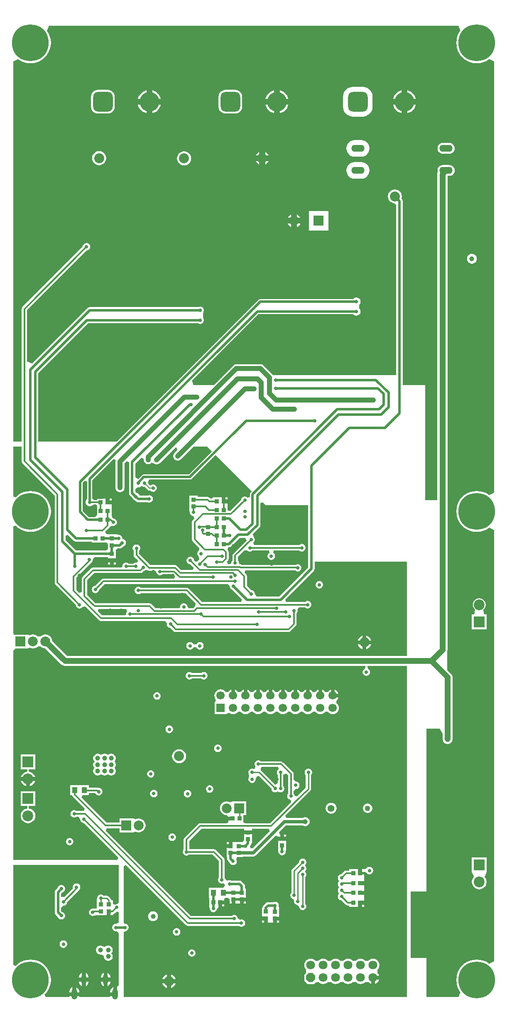
<source format=gbl>
G04 Layer_Physical_Order=4*
G04 Layer_Color=16711680*
%FSLAX44Y44*%
%MOMM*%
G71*
G01*
G75*
%ADD10C,1.0000*%
%ADD11R,0.8500X0.8500*%
%ADD13R,0.8500X0.8500*%
%ADD37R,1.0000X1.2500*%
%ADD63C,0.5000*%
%ADD64C,0.2500*%
%ADD65C,0.3000*%
%ADD66C,0.6500*%
%ADD67C,1.0000*%
%ADD68C,0.2000*%
%ADD69C,0.3500*%
%ADD71C,1.2000*%
%ADD74C,2.0320*%
%ADD75R,2.0000X2.0000*%
%ADD76C,2.0000*%
%ADD77C,1.4000*%
%ADD78C,1.1000*%
%ADD79C,2.2000*%
%ADD80R,2.2000X2.2000*%
%ADD81C,4.0000*%
G04:AMPARAMS|DCode=82|XSize=4mm|YSize=4mm|CornerRadius=1mm|HoleSize=0mm|Usage=FLASHONLY|Rotation=180.000|XOffset=0mm|YOffset=0mm|HoleType=Round|Shape=RoundedRectangle|*
%AMROUNDEDRECTD82*
21,1,4.0000,2.0000,0,0,180.0*
21,1,2.0000,4.0000,0,0,180.0*
1,1,2.0000,-1.0000,1.0000*
1,1,2.0000,1.0000,1.0000*
1,1,2.0000,1.0000,-1.0000*
1,1,2.0000,-1.0000,-1.0000*
%
%ADD82ROUNDEDRECTD82*%
%ADD83O,1.2000X2.2000*%
%ADD84O,1.1000X2.1000*%
%ADD85C,1.7000*%
%ADD86R,1.7000X1.7000*%
%ADD87O,2.7000X1.4000*%
%ADD88C,1.8000*%
%ADD89P,1.9483X8X22.5*%
%ADD90C,7.5000*%
%ADD91C,0.7000*%
%ADD92C,1.2000*%
G36*
X-134098Y885763D02*
Y850816D01*
X-135128Y850128D01*
X-137007Y847317D01*
X-137667Y844000D01*
X-137007Y840684D01*
X-135128Y837872D01*
X-132317Y835993D01*
X-129000Y835333D01*
X-125683Y835993D01*
X-122872Y837872D01*
X-122504Y838422D01*
X-117189Y839109D01*
X-113750Y836750D01*
Y832750D01*
X-113750D01*
Y819250D01*
X-113750D01*
Y818598D01*
X-118066Y813598D01*
X-131388D01*
X-143902Y826112D01*
Y883030D01*
X-139098Y887834D01*
X-134098Y885763D01*
D02*
G37*
G36*
X-268108Y927500D02*
X-267681Y925354D01*
X-266465Y923535D01*
X-200608Y857677D01*
Y680000D01*
X-200181Y677854D01*
X-198965Y676035D01*
X-157577Y634646D01*
X-157065Y632074D01*
X-155407Y629593D01*
X-152926Y627935D01*
X-150000Y627353D01*
X-147074Y627935D01*
X-144593Y629593D01*
X-144193Y630191D01*
X-138988Y631290D01*
X-138031Y631100D01*
X-110465Y603535D01*
X-108646Y602319D01*
X-106500Y601892D01*
X24738D01*
X25755Y600938D01*
X28130Y596892D01*
X27853Y595500D01*
X28435Y592574D01*
X30093Y590093D01*
X32574Y588435D01*
X35146Y587923D01*
X42035Y581035D01*
X43854Y579819D01*
X46000Y579392D01*
X276000D01*
X278146Y579819D01*
X279965Y581035D01*
X290965Y592035D01*
X292181Y593854D01*
X292608Y596000D01*
Y617393D01*
X294065Y619574D01*
X294647Y622500D01*
X294270Y624392D01*
X296168Y627906D01*
X297428Y629392D01*
X309893D01*
X312074Y627935D01*
X315000Y627353D01*
X317926Y627935D01*
X320407Y629593D01*
X322065Y632074D01*
X322647Y635000D01*
X322065Y637926D01*
X320407Y640407D01*
X317926Y642065D01*
X315000Y642647D01*
X312074Y642065D01*
X309893Y640608D01*
X271513D01*
X269600Y645227D01*
X327686Y703314D01*
X329123Y705464D01*
X329627Y708000D01*
Y722500D01*
X517500Y722500D01*
X517500Y530196D01*
X-175377D01*
X-205525Y560344D01*
X-205960Y563655D01*
X-207371Y567060D01*
X-209615Y569985D01*
X-212540Y572229D01*
X-215945Y573640D01*
X-219600Y574121D01*
X-223255Y573640D01*
X-226660Y572229D01*
X-229585Y569985D01*
X-235015D01*
X-237940Y572229D01*
X-241345Y573640D01*
X-245000Y574121D01*
X-248655Y573640D01*
X-251400Y572503D01*
X-256400Y574000D01*
Y574000D01*
X-284400D01*
X-285000Y578751D01*
X-285000Y794381D01*
X-280000Y796225D01*
X-279436Y795564D01*
X-274468Y791322D01*
X-268899Y787909D01*
X-262864Y785409D01*
X-256512Y783884D01*
X-250000Y783372D01*
X-243488Y783884D01*
X-237136Y785409D01*
X-231101Y787909D01*
X-225532Y791322D01*
X-220564Y795564D01*
X-216322Y800531D01*
X-212909Y806101D01*
X-210409Y812136D01*
X-208884Y818488D01*
X-208372Y825000D01*
X-208884Y831512D01*
X-210409Y837864D01*
X-212909Y843899D01*
X-216322Y849469D01*
X-220564Y854436D01*
X-225532Y858678D01*
X-231101Y862091D01*
X-237136Y864591D01*
X-243488Y866116D01*
X-250000Y866628D01*
X-256512Y866116D01*
X-262864Y864591D01*
X-268899Y862091D01*
X-274468Y858678D01*
X-279436Y854436D01*
X-280000Y853775D01*
X-285000Y855619D01*
X-285000Y957500D01*
X-268108D01*
Y927500D01*
D02*
G37*
G36*
X201387Y866113D02*
X198895Y863621D01*
X197790Y861967D01*
X197402Y860016D01*
Y854932D01*
X192407Y853407D01*
X189926Y855065D01*
X187000Y855647D01*
X184074Y855065D01*
X181593Y853407D01*
X179935Y850926D01*
X179424Y848354D01*
X157250Y826180D01*
X152250Y826991D01*
Y836250D01*
X152250D01*
Y837250D01*
X152250D01*
Y841500D01*
X144000D01*
Y845500D01*
X140000D01*
Y853750D01*
X121750D01*
Y851283D01*
X116750Y851180D01*
X114965Y852965D01*
X113146Y854181D01*
X111000Y854608D01*
X90750D01*
Y857250D01*
X74250D01*
Y840750D01*
Y826750D01*
X74250D01*
X74853Y823000D01*
X75037Y822076D01*
X75435Y820074D01*
X77093Y817593D01*
X79574Y815935D01*
X81959Y815461D01*
X83126Y813547D01*
X84153Y810584D01*
X81035Y807465D01*
X79819Y805646D01*
X79392Y803500D01*
Y768000D01*
X79819Y765854D01*
X81035Y764035D01*
X94100Y750969D01*
X94290Y750012D01*
X93191Y744807D01*
X92593Y744407D01*
X90935Y741926D01*
X90353Y739000D01*
X90935Y736074D01*
X92593Y733593D01*
X92902Y733386D01*
X94164Y727586D01*
X92074Y724565D01*
X89593Y722907D01*
X86343Y722587D01*
X83576Y725354D01*
X83065Y727926D01*
X81407Y730407D01*
X78926Y732065D01*
X76000Y732647D01*
X73074Y732065D01*
X70593Y730407D01*
X68935Y727926D01*
X68353Y725000D01*
X68935Y722074D01*
X70593Y719593D01*
X73074Y717935D01*
X75646Y717423D01*
X82842Y710227D01*
X80929Y705608D01*
X57322D01*
X48965Y713965D01*
X47145Y715181D01*
X44999Y715608D01*
X-5677D01*
X-28392Y738323D01*
Y744893D01*
X-26935Y747074D01*
X-26353Y750000D01*
X-26935Y752926D01*
X-28593Y755407D01*
X-31074Y757065D01*
X-34000Y757647D01*
X-36926Y757065D01*
X-39407Y755407D01*
X-41065Y752926D01*
X-41647Y750000D01*
X-41065Y747074D01*
X-39608Y744893D01*
Y736000D01*
X-39181Y733854D01*
X-37965Y732035D01*
X-30499Y724568D01*
X-33313Y720311D01*
X-35000Y720647D01*
X-37926Y720065D01*
X-40107Y718608D01*
X-49893D01*
X-52074Y720065D01*
X-55000Y720647D01*
X-57926Y720065D01*
X-60407Y718407D01*
X-62065Y715926D01*
X-62647Y713000D01*
X-64610Y710608D01*
X-122500D01*
X-124646Y710181D01*
X-126465Y708965D01*
X-143965Y691465D01*
X-145181Y689646D01*
X-145608Y687500D01*
Y661071D01*
X-150227Y659158D01*
X-156392Y665323D01*
Y690177D01*
X-126035Y720535D01*
X-125920Y720706D01*
X-124593Y721593D01*
X-122935Y724074D01*
X-122353Y727000D01*
X-122427Y727373D01*
X-119014Y732373D01*
X-92250D01*
Y729000D01*
X-75750D01*
Y730750D01*
Y747250D01*
X-71629Y749373D01*
X-68000D01*
X-65464Y749877D01*
X-63314Y751314D01*
X-60846Y753782D01*
X-60074Y753935D01*
X-57593Y755593D01*
X-55935Y758074D01*
X-55353Y761000D01*
X-55935Y763926D01*
X-57593Y766407D01*
X-60074Y768065D01*
X-62637Y768575D01*
X-62353Y770000D01*
X-62935Y772926D01*
X-64593Y775407D01*
X-67074Y777065D01*
X-70000Y777647D01*
X-70750Y777498D01*
X-75750Y778250D01*
Y778250D01*
X-92250D01*
Y778250D01*
X-94750D01*
X-97437Y782137D01*
X-97819Y783250D01*
X-89035Y792035D01*
X-87819Y793854D01*
X-84222Y795777D01*
X-82534Y795658D01*
X-81000Y795353D01*
X-78074Y795935D01*
X-75593Y797593D01*
X-73935Y800074D01*
X-73353Y803000D01*
X-73935Y805926D01*
X-75593Y808407D01*
X-78074Y810065D01*
X-80646Y810576D01*
X-82535Y812465D01*
X-83646Y813207D01*
X-84750Y817750D01*
X-84750D01*
Y834250D01*
X-84750D01*
Y835250D01*
X-84750D01*
Y839500D01*
X-93000D01*
Y843500D01*
X-97000D01*
Y851750D01*
X-101250D01*
Y850250D01*
X-113750D01*
Y847578D01*
X-121168D01*
X-122872Y850128D01*
X-123902Y850816D01*
Y888888D01*
X-81244Y931546D01*
X-76265Y929976D01*
X-76045Y929674D01*
X-76676Y926500D01*
X-76676Y926499D01*
Y873000D01*
X-75978Y869488D01*
X-73989Y866511D01*
X-71012Y864522D01*
X-67500Y863824D01*
X-63988Y864522D01*
X-61011Y866511D01*
X-59022Y869488D01*
X-58324Y873000D01*
Y922699D01*
X-53903Y927120D01*
X-50725Y926042D01*
X-49127Y924824D01*
Y862500D01*
X-48623Y859964D01*
X-47186Y857814D01*
X-42218Y852846D01*
X-42065Y852074D01*
X-40407Y849593D01*
X-37926Y847935D01*
X-37154Y847782D01*
X-35186Y845814D01*
X-33036Y844377D01*
X-30500Y843873D01*
X-11581D01*
X-10926Y843435D01*
X-8000Y842853D01*
X-5074Y843435D01*
X-2593Y845093D01*
X-935Y847574D01*
X-353Y850500D01*
X-935Y853426D01*
X-2593Y855907D01*
X-5074Y857565D01*
X-8000Y858147D01*
X-10926Y857565D01*
X-11581Y857127D01*
X-27755D01*
X-27782Y857154D01*
X-27935Y857926D01*
X-29593Y860407D01*
X-32074Y862065D01*
X-32846Y862218D01*
X-35873Y865245D01*
Y870645D01*
X-30873Y874007D01*
X-30000Y873833D01*
X-26683Y874493D01*
X-23872Y876372D01*
X-23799Y876480D01*
X-22908Y877095D01*
X-20427Y875437D01*
X-17501Y874855D01*
X-17136Y874928D01*
X-11104Y868895D01*
X-9450Y867790D01*
X-7499Y867402D01*
X-5614D01*
X-5407Y867093D01*
X-2926Y865435D01*
X-0Y864853D01*
X2926Y865435D01*
X5407Y867093D01*
X7065Y869574D01*
X7647Y872500D01*
X7065Y875426D01*
X5407Y877907D01*
X2926Y879565D01*
X-0Y880147D01*
X-2926Y879565D01*
X-5407Y877907D01*
X-5670Y877881D01*
X-9926Y882137D01*
X-9854Y882502D01*
X-10331Y884902D01*
X-10114Y885904D01*
X-7412Y889902D01*
X75000D01*
X76951Y890290D01*
X78605Y891395D01*
X127355Y940145D01*
X201387Y866113D01*
D02*
G37*
G36*
X-70000Y28298D02*
X-74000Y24363D01*
X-76244Y23916D01*
X-77250Y23244D01*
X-82250Y24817D01*
Y32250D01*
X-85147D01*
Y32500D01*
X-85555Y34548D01*
X-86715Y36285D01*
X-90715Y40285D01*
X-92451Y41445D01*
X-94500Y41853D01*
X-101056D01*
X-101093Y41907D01*
X-103574Y43565D01*
X-106500Y44147D01*
X-109426Y43565D01*
X-111907Y41907D01*
X-113565Y39426D01*
X-114055Y36962D01*
X-114147Y36500D01*
X-114750Y32250D01*
X-114750D01*
Y15863D01*
X-121000D01*
X-121000Y15863D01*
X-122542Y15556D01*
X-123000Y15647D01*
X-125926Y15065D01*
X-128407Y13407D01*
X-130065Y10926D01*
X-130647Y8000D01*
X-130065Y5074D01*
X-128407Y2593D01*
X-125926Y935D01*
X-123000Y353D01*
X-120074Y935D01*
X-119556Y1281D01*
X-114750Y1750D01*
Y1750D01*
X-94500D01*
Y10000D01*
X-86500D01*
Y1750D01*
X-82250D01*
Y4187D01*
X-80257Y4584D01*
X-78355Y5854D01*
X-74619Y9590D01*
X-70000Y7676D01*
Y-11976D01*
X-70689Y-12863D01*
X-75000Y-15552D01*
X-76000Y-15353D01*
X-78926Y-15935D01*
X-81407Y-17593D01*
X-83065Y-20074D01*
X-83647Y-23000D01*
X-83065Y-25926D01*
X-81407Y-28407D01*
X-78926Y-30065D01*
X-76000Y-30647D01*
X-75000Y-30448D01*
X-70689Y-33137D01*
X-70000Y-34025D01*
Y-140804D01*
X-70864Y-141778D01*
X-73250Y-143205D01*
Y-159000D01*
X-77250D01*
Y-163000D01*
X-87446D01*
Y-164000D01*
X-88267Y-165000D01*
X-149733D01*
X-150554Y-164000D01*
Y-163000D01*
X-160750D01*
X-170946D01*
Y-164000D01*
X-171767Y-165000D01*
X-219380D01*
X-221225Y-160000D01*
X-220564Y-159436D01*
X-216322Y-154469D01*
X-212909Y-148899D01*
X-210409Y-142864D01*
X-208884Y-136512D01*
X-208372Y-130000D01*
X-208884Y-123488D01*
X-210409Y-117136D01*
X-212909Y-111101D01*
X-216322Y-105532D01*
X-220564Y-100564D01*
X-225532Y-96322D01*
X-231101Y-92909D01*
X-237136Y-90409D01*
X-243488Y-88884D01*
X-250000Y-88372D01*
X-256512Y-88884D01*
X-262864Y-90409D01*
X-268899Y-92909D01*
X-274468Y-96322D01*
X-279436Y-100564D01*
X-280000Y-101225D01*
X-285000Y-99381D01*
Y105000D01*
X-70000D01*
Y28298D01*
D02*
G37*
G36*
X120145Y947355D02*
X72888Y900098D01*
X-18814D01*
X-20765Y899710D01*
X-22418Y898605D01*
X-29881Y891143D01*
X-30000Y891167D01*
X-30873Y890993D01*
X-35873Y894354D01*
Y922755D01*
X-24176Y934451D01*
X-19176Y932380D01*
Y930500D01*
X-18478Y926988D01*
X-16489Y924011D01*
X-13512Y922022D01*
X-10000Y921324D01*
X-6488Y922022D01*
X-3511Y924011D01*
X511Y923511D01*
X3488Y921522D01*
X7000Y920824D01*
X10512Y921522D01*
X13489Y923511D01*
X45868Y955891D01*
X48034Y955585D01*
X49805Y950285D01*
X43511Y943990D01*
X41522Y941013D01*
X40823Y937502D01*
X41522Y933990D01*
X43511Y931013D01*
X46488Y929024D01*
X49999Y928325D01*
X53511Y929024D01*
X56488Y931013D01*
X82975Y957500D01*
X110000D01*
X120145Y947355D01*
D02*
G37*
G36*
X-161686Y765314D02*
X-159536Y763877D01*
X-157000Y763373D01*
X-125250D01*
Y761750D01*
X-94750D01*
X-92250Y757785D01*
Y747750D01*
X-96371Y745627D01*
X-157255D01*
X-178373Y766745D01*
Y775467D01*
X-173753Y777381D01*
X-161686Y765314D01*
D02*
G37*
G36*
X-52907Y621407D02*
X-54565Y618926D01*
X-55147Y616000D01*
X-57521Y613108D01*
X-104177D01*
X-112842Y621773D01*
X-110929Y626392D01*
X-54446D01*
X-52907Y621407D01*
D02*
G37*
G36*
X-226660Y547771D02*
X-223255Y546360D01*
X-219944Y545924D01*
X-186810Y512790D01*
X-183502Y510580D01*
X-179600Y509804D01*
X432784D01*
X432845Y509185D01*
X432074Y504565D01*
X431986Y504506D01*
X429593Y502907D01*
X427935Y500426D01*
X427353Y497500D01*
X427935Y494574D01*
X429593Y492093D01*
X432074Y490435D01*
X435000Y489853D01*
X437926Y490435D01*
X440407Y492093D01*
X442065Y494574D01*
X442647Y497500D01*
X442065Y500426D01*
X440407Y502907D01*
X438014Y504506D01*
X437926Y504565D01*
X437155Y509185D01*
X437216Y509804D01*
X517500D01*
X517500Y-165000D01*
X-60000Y-165000D01*
X-60000Y-32699D01*
X-57500Y-30647D01*
X-54574Y-30065D01*
X-52093Y-28407D01*
X-50435Y-25926D01*
X-49853Y-23000D01*
X-50435Y-20074D01*
X-52093Y-17593D01*
X-54574Y-15935D01*
X-57500Y-15353D01*
X-60000Y-13301D01*
X-60000Y102317D01*
X-55381Y104230D01*
X66815Y-17965D01*
X68634Y-19181D01*
X70780Y-19608D01*
X174893D01*
X177074Y-21065D01*
X180000Y-21647D01*
X182926Y-21065D01*
X185407Y-19407D01*
X187065Y-16926D01*
X187647Y-14000D01*
X187065Y-11074D01*
X185407Y-8593D01*
X182926Y-6935D01*
X180000Y-6353D01*
X177074Y-6935D01*
X176390Y-6636D01*
X172450Y-4011D01*
X172065Y-2074D01*
X170407Y407D01*
X167926Y2065D01*
X165000Y2647D01*
X162074Y2065D01*
X159893Y608D01*
X77323D01*
X-96462Y174392D01*
X-94391Y179392D01*
X-68700D01*
Y171000D01*
X-40700D01*
X-40700Y171000D01*
X-35700Y172497D01*
X-32955Y171360D01*
X-29300Y170879D01*
X-25645Y171360D01*
X-22240Y172771D01*
X-19315Y175015D01*
X-17071Y177940D01*
X-15660Y181345D01*
X-15179Y185000D01*
X-15660Y188655D01*
X-17071Y192060D01*
X-19315Y194985D01*
X-22240Y197229D01*
X-25645Y198640D01*
X-29300Y199121D01*
X-32955Y198640D01*
X-35700Y197502D01*
X-40700Y199000D01*
Y199000D01*
X-68700D01*
Y190608D01*
X-94677D01*
X-145820Y241750D01*
X-143748Y246750D01*
X-131000D01*
Y250892D01*
X-117944D01*
X-116407Y248593D01*
X-113926Y246935D01*
X-111000Y246353D01*
X-108074Y246935D01*
X-105593Y248593D01*
X-103935Y251074D01*
X-103353Y254000D01*
X-103935Y256926D01*
X-105593Y259407D01*
X-108074Y261065D01*
X-111000Y261647D01*
X-111234Y261600D01*
X-111354Y261681D01*
X-113500Y262108D01*
X-131000D01*
Y267250D01*
X-146000D01*
X-149000Y267250D01*
X-154000Y267250D01*
X-169000D01*
Y246750D01*
X-165359D01*
X-165181Y245854D01*
X-163965Y244035D01*
X-139170Y219239D01*
X-141241Y214239D01*
X-155644D01*
X-157825Y215696D01*
X-160751Y216278D01*
X-163677Y215696D01*
X-166158Y214039D01*
X-167816Y211558D01*
X-168398Y208631D01*
X-167816Y205705D01*
X-166158Y203224D01*
X-163677Y201567D01*
X-160751Y200984D01*
X-157825Y201567D01*
X-155644Y203024D01*
X-152439D01*
X-148862Y198024D01*
X-148867Y198000D01*
X-148285Y195074D01*
X-146627Y192593D01*
X-144146Y190935D01*
X-141574Y190424D01*
X-70770Y119620D01*
X-72683Y115000D01*
X-285000Y115000D01*
X-285000Y541249D01*
X-280000Y546000D01*
X-256400D01*
X-256400Y546000D01*
X-251400Y547497D01*
X-248655Y546360D01*
X-245000Y545879D01*
X-241345Y546360D01*
X-237940Y547771D01*
X-235015Y550015D01*
X-229585D01*
X-226660Y547771D01*
D02*
G37*
G36*
X-10146Y704819D02*
X-8000Y704392D01*
X4800D01*
X6353Y702500D01*
X6935Y699574D01*
X8593Y697093D01*
X11074Y695435D01*
X14000Y694853D01*
X16926Y695435D01*
X19107Y696892D01*
X40677D01*
X44842Y692727D01*
X42929Y688108D01*
X-101000D01*
X-103146Y687681D01*
X-104965Y686465D01*
X-117854Y673577D01*
X-120426Y673065D01*
X-122907Y671407D01*
X-124565Y668926D01*
X-125147Y666000D01*
X-124565Y663074D01*
X-122907Y660593D01*
X-120426Y658935D01*
X-117500Y658353D01*
X-114574Y658935D01*
X-112093Y660593D01*
X-110435Y663074D01*
X-109923Y665646D01*
X-98677Y676892D01*
X152292D01*
X156286Y672500D01*
X156868Y669574D01*
X158526Y667093D01*
X161007Y665435D01*
X161779Y665282D01*
X181833Y645227D01*
X179920Y640608D01*
X99823D01*
X72465Y667965D01*
X70646Y669181D01*
X68500Y669608D01*
X-24893D01*
X-27074Y671065D01*
X-30000Y671647D01*
X-32926Y671065D01*
X-35407Y669407D01*
X-37065Y666926D01*
X-37647Y664000D01*
X-37065Y661074D01*
X-35407Y658593D01*
X-32926Y656935D01*
X-30000Y656353D01*
X-27074Y656935D01*
X-24893Y658392D01*
X66177D01*
X86884Y637685D01*
X86997Y636487D01*
X85834Y631665D01*
X85535Y631465D01*
X81677Y627608D01*
X72204D01*
X70240Y630000D01*
X69658Y632926D01*
X68001Y635407D01*
X65520Y637065D01*
X62593Y637647D01*
X59667Y637065D01*
X57186Y635407D01*
X55528Y632926D01*
X54946Y630000D01*
X52983Y627608D01*
X5323D01*
X-3035Y635965D01*
X-4854Y637181D01*
X-7000Y637608D01*
X-117177D01*
X-134392Y654823D01*
Y685177D01*
X-120177Y699392D01*
X-26000D01*
X-23854Y699819D01*
X-22035Y701035D01*
X-19646Y703423D01*
X-17074Y703935D01*
X-14593Y705593D01*
X-10146Y704819D01*
D02*
G37*
G36*
X230000Y837500D02*
X316373Y837500D01*
Y710745D01*
X257255Y651627D01*
X210986D01*
X207573Y656627D01*
X207647Y657000D01*
X207065Y659926D01*
X205407Y662407D01*
X202926Y664065D01*
X200354Y664576D01*
X191608Y673323D01*
Y693000D01*
X191181Y695146D01*
X189965Y696965D01*
X186658Y700273D01*
X188571Y704892D01*
X289393D01*
X289593Y704593D01*
X292074Y702935D01*
X295000Y702353D01*
X297926Y702935D01*
X300407Y704593D01*
X302065Y707074D01*
X302647Y710000D01*
X302065Y712926D01*
X300407Y715407D01*
X297926Y717065D01*
X295000Y717647D01*
X292074Y717065D01*
X290641Y716108D01*
X180752D01*
X179146Y717181D01*
X177000Y717608D01*
X175125Y719892D01*
X175147Y720000D01*
X174565Y722926D01*
X173108Y725107D01*
Y732677D01*
X186053Y745622D01*
X191933Y745593D01*
X194414Y743935D01*
X197340Y743353D01*
X200266Y743935D01*
X202447Y745392D01*
X236151D01*
X237067Y740392D01*
X235593Y739407D01*
X233935Y736926D01*
X233353Y734000D01*
X233935Y731074D01*
X235593Y728593D01*
X238074Y726935D01*
X241000Y726353D01*
X243926Y726935D01*
X246407Y728593D01*
X248065Y731074D01*
X248647Y734000D01*
X248065Y736926D01*
X246407Y739407D01*
X244933Y740392D01*
X245849Y745392D01*
X297893D01*
X300074Y743935D01*
X303000Y743353D01*
X305926Y743935D01*
X308407Y745593D01*
X310065Y748074D01*
X310647Y751000D01*
X310065Y753926D01*
X308407Y756407D01*
X305926Y758065D01*
X303000Y758647D01*
X300074Y758065D01*
X297893Y756608D01*
X206198D01*
X204681Y761608D01*
X205407Y762093D01*
X207065Y764574D01*
X207647Y767500D01*
X207065Y770426D01*
X205407Y772907D01*
X204774Y773330D01*
X203667Y778502D01*
X203851Y779479D01*
X217186Y792814D01*
X218623Y794964D01*
X219127Y797500D01*
Y841840D01*
X223747Y843753D01*
X230000Y837500D01*
D02*
G37*
G36*
X188542Y770459D02*
X190442Y765873D01*
X163535Y738965D01*
X162319Y737146D01*
X161892Y735000D01*
Y725107D01*
X160435Y722926D01*
X159853Y720000D01*
X157890Y717608D01*
X152609D01*
X150538Y722608D01*
X152555Y724625D01*
X153771Y726444D01*
X154198Y728590D01*
Y741910D01*
X153771Y744056D01*
X152555Y745875D01*
X151558Y746873D01*
X153629Y751873D01*
X154490D01*
X157026Y752377D01*
X159176Y753814D01*
X176235Y770873D01*
X187926D01*
X188542Y770459D01*
D02*
G37*
G36*
X626776Y1805000D02*
X626322Y1804469D01*
X622909Y1798899D01*
X620409Y1792864D01*
X618884Y1786512D01*
X618372Y1780000D01*
X618884Y1773488D01*
X620409Y1767136D01*
X622909Y1761101D01*
X626322Y1755531D01*
X630564Y1750564D01*
X635532Y1746322D01*
X641101Y1742909D01*
X647136Y1740409D01*
X653488Y1738884D01*
X660000Y1738372D01*
X666512Y1738884D01*
X672864Y1740409D01*
X678899Y1742909D01*
X684469Y1746322D01*
X685000Y1746776D01*
X695000Y1742166D01*
X695000Y862834D01*
X685000Y858224D01*
X684469Y858678D01*
X678899Y862091D01*
X672864Y864591D01*
X666512Y866116D01*
X660000Y866628D01*
X653488Y866116D01*
X647136Y864591D01*
X641101Y862091D01*
X635532Y858678D01*
X630564Y854436D01*
X626322Y849469D01*
X622909Y843899D01*
X620409Y837864D01*
X618884Y831512D01*
X618372Y825000D01*
X618884Y818488D01*
X620409Y812136D01*
X622909Y806101D01*
X626322Y800531D01*
X630564Y795564D01*
X635532Y791322D01*
X641101Y787909D01*
X647136Y785409D01*
X653488Y783884D01*
X660000Y783372D01*
X666512Y783884D01*
X672864Y785409D01*
X678899Y787909D01*
X684469Y791322D01*
X685000Y791776D01*
X695000Y787166D01*
X695000Y-92166D01*
X685000Y-96776D01*
X684469Y-96322D01*
X678899Y-92909D01*
X672864Y-90409D01*
X666512Y-88884D01*
X660000Y-88372D01*
X653488Y-88884D01*
X647136Y-90409D01*
X641101Y-92909D01*
X635532Y-96322D01*
X630564Y-100564D01*
X626322Y-105532D01*
X622909Y-111101D01*
X620409Y-117136D01*
X618884Y-123488D01*
X618372Y-130000D01*
X618884Y-136512D01*
X620409Y-142864D01*
X622909Y-148899D01*
X626322Y-154468D01*
X626776Y-155000D01*
X622166Y-165000D01*
X557500D01*
X557500Y-85000D01*
X525000D01*
Y50000D01*
X557500D01*
Y261502D01*
Y382500D01*
X584269Y382500D01*
X590304Y372500D01*
Y361000D01*
X591080Y357098D01*
X593290Y353790D01*
X596598Y351580D01*
X600500Y350804D01*
X604402Y351580D01*
X607710Y353790D01*
X609920Y357098D01*
X610696Y361000D01*
Y375000D01*
Y487000D01*
X609920Y490902D01*
X607710Y494210D01*
X600000Y501919D01*
X600000Y541516D01*
X600196Y542500D01*
Y1508277D01*
X600824Y1508905D01*
X604000D01*
X606872Y1509283D01*
X609547Y1510392D01*
X611845Y1512155D01*
X613609Y1514453D01*
X614717Y1517128D01*
X615095Y1520000D01*
X614717Y1522872D01*
X613609Y1525547D01*
X611845Y1527845D01*
X609547Y1529608D01*
X606872Y1530717D01*
X604000Y1531095D01*
X591000D01*
X588128Y1530717D01*
X585453Y1529608D01*
X583155Y1527845D01*
X581391Y1525547D01*
X580283Y1522872D01*
X579905Y1520000D01*
X580283Y1517128D01*
X580583Y1516405D01*
X580580Y1516402D01*
X579804Y1512500D01*
Y848000D01*
X555000D01*
X555000Y1082500D01*
X509127Y1082500D01*
Y1457500D01*
X508623Y1460036D01*
X507186Y1462186D01*
X506583Y1462790D01*
X506796Y1463304D01*
X507282Y1467000D01*
X506796Y1470697D01*
X505369Y1474141D01*
X503099Y1477099D01*
X500141Y1479369D01*
X496697Y1480795D01*
X493000Y1481282D01*
X489304Y1480795D01*
X485859Y1479369D01*
X482901Y1477099D01*
X480631Y1474141D01*
X479204Y1470697D01*
X478718Y1467000D01*
X479204Y1463304D01*
X480631Y1459859D01*
X482901Y1456901D01*
X485859Y1454631D01*
X489304Y1453204D01*
X493000Y1452718D01*
X495873Y1450199D01*
Y1102500D01*
X245000Y1102500D01*
X245000Y1102500D01*
Y1102500D01*
X244375Y1103421D01*
X243989Y1103989D01*
X238266Y1109711D01*
X225489Y1122489D01*
X222512Y1124478D01*
X219000Y1125176D01*
X170000D01*
X166488Y1124478D01*
X163511Y1122489D01*
X123523Y1082500D01*
X82775Y1082500D01*
X78948Y1091739D01*
X214612Y1227402D01*
X407683D01*
X408372Y1226372D01*
X411184Y1224493D01*
X414500Y1223833D01*
X417817Y1224493D01*
X420628Y1226372D01*
X422507Y1229184D01*
X423167Y1232500D01*
X422507Y1235816D01*
X422184Y1236300D01*
X420628Y1239218D01*
Y1245782D01*
X422184Y1248700D01*
X422507Y1249184D01*
X422507Y1249184D01*
X423167Y1252500D01*
X423167Y1252500D01*
X422507Y1255816D01*
X420834Y1258320D01*
X420628Y1258628D01*
Y1258628D01*
X420320Y1258834D01*
X417817Y1260507D01*
X417817Y1260507D01*
X417453Y1260579D01*
X414500Y1261167D01*
X411184Y1260507D01*
X411184Y1260507D01*
X410876Y1260301D01*
X408372Y1258628D01*
X407683Y1257598D01*
X218358D01*
X216407Y1257210D01*
X214753Y1256105D01*
X-73852Y967500D01*
X-233873Y967500D01*
Y1106755D01*
X-132326Y1208302D01*
X92490D01*
X93145Y1207864D01*
X96071Y1207282D01*
X98997Y1207864D01*
X101478Y1209522D01*
X103136Y1212003D01*
X103718Y1214929D01*
X103136Y1217855D01*
X102341Y1219045D01*
X101480Y1221346D01*
X101495Y1228608D01*
X102348Y1230866D01*
X103155Y1232074D01*
X103155Y1232074D01*
X103737Y1235000D01*
X103155Y1237926D01*
X101497Y1240407D01*
X101497Y1240407D01*
X99016Y1242065D01*
X96090Y1242647D01*
X96090Y1242647D01*
X93164Y1242065D01*
X93163D01*
X92509Y1241627D01*
X-129142D01*
X-131678Y1241123D01*
X-133828Y1239686D01*
X-246892Y1126622D01*
X-256892Y1130764D01*
Y1235427D01*
X-135396Y1356924D01*
X-132824Y1357435D01*
X-132823Y1357435D01*
X-131248Y1358488D01*
X-130343Y1359093D01*
Y1359093D01*
X-128685Y1361574D01*
X-128685Y1361574D01*
X-128103Y1364500D01*
X-128103Y1364500D01*
X-128396Y1365974D01*
X-128685Y1367426D01*
X-128685Y1367426D01*
X-130343Y1369907D01*
X-132824Y1371565D01*
X-132824Y1371565D01*
X-134276Y1371854D01*
X-135750Y1372147D01*
X-135750Y1372147D01*
X-138676Y1371565D01*
X-138676Y1371565D01*
X-141157Y1369907D01*
X-141157D01*
X-141762Y1369002D01*
X-142815Y1367426D01*
X-142815Y1367426D01*
X-143327Y1364854D01*
X-266465Y1241715D01*
X-267681Y1239896D01*
X-268108Y1237750D01*
Y967500D01*
X-285000D01*
X-285000Y1742166D01*
X-275000Y1746776D01*
X-274468Y1746322D01*
X-268899Y1742909D01*
X-262864Y1740409D01*
X-256512Y1738884D01*
X-250000Y1738372D01*
X-243488Y1738884D01*
X-237136Y1740409D01*
X-231101Y1742909D01*
X-225532Y1746322D01*
X-220564Y1750564D01*
X-216322Y1755531D01*
X-212909Y1761101D01*
X-210409Y1767136D01*
X-208884Y1773488D01*
X-208372Y1780000D01*
X-208884Y1786512D01*
X-210409Y1792864D01*
X-212909Y1798899D01*
X-216322Y1804469D01*
X-216776Y1805000D01*
X-212166Y1815000D01*
X622166Y1815000D01*
X626776Y1805000D01*
D02*
G37*
%LPC*%
G36*
X427000Y554000D02*
X417330D01*
X418631Y550859D01*
X420901Y547901D01*
X423859Y545631D01*
X427000Y544330D01*
Y554000D01*
D02*
G37*
G36*
Y571670D02*
X423859Y570369D01*
X420901Y568099D01*
X418631Y565141D01*
X417330Y562000D01*
X427000D01*
Y571670D01*
D02*
G37*
G36*
X95500Y558647D02*
X92574Y558065D01*
X90093Y556407D01*
X88921Y554654D01*
X88435Y553926D01*
X88331Y553788D01*
X82669D01*
X82565Y553926D01*
X82312Y554305D01*
X80907Y556407D01*
X78426Y558065D01*
X75500Y558647D01*
X72574Y558065D01*
X70093Y556407D01*
X68435Y553926D01*
X67853Y551000D01*
X68435Y548074D01*
X70093Y545593D01*
X72574Y543935D01*
X75500Y543353D01*
X78426Y543935D01*
X80907Y545593D01*
X82079Y547346D01*
X82565Y548074D01*
X82669Y548212D01*
X88331D01*
X88435Y548074D01*
X88688Y547695D01*
X90093Y545593D01*
X92574Y543935D01*
X95500Y543353D01*
X98426Y543935D01*
X100907Y545593D01*
X102565Y548074D01*
X103147Y551000D01*
X102565Y553926D01*
X100907Y556407D01*
X98426Y558065D01*
X95500Y558647D01*
D02*
G37*
G36*
X444670Y554000D02*
X435000D01*
Y544330D01*
X438141Y545631D01*
X441099Y547901D01*
X443369Y550859D01*
X444670Y554000D01*
D02*
G37*
G36*
X435000Y571670D02*
Y562000D01*
X444670D01*
X443369Y565141D01*
X441099Y568099D01*
X438141Y570369D01*
X435000Y571670D01*
D02*
G37*
G36*
X339000Y683147D02*
X336074Y682565D01*
X333593Y680907D01*
X331935Y678426D01*
X331353Y675500D01*
X331935Y672574D01*
X333593Y670093D01*
X336074Y668435D01*
X339000Y667853D01*
X341926Y668435D01*
X344407Y670093D01*
X346065Y672574D01*
X346647Y675500D01*
X346065Y678426D01*
X344407Y680907D01*
X341926Y682565D01*
X339000Y683147D01*
D02*
G37*
G36*
X152250Y853750D02*
X148000D01*
Y849500D01*
X152250D01*
Y853750D01*
D02*
G37*
G36*
X-84750Y851750D02*
X-89000D01*
Y847500D01*
X-84750D01*
Y851750D01*
D02*
G37*
G36*
X-75750Y721000D02*
X-80000D01*
Y716750D01*
X-75750D01*
Y721000D01*
D02*
G37*
G36*
X-88000D02*
X-92250D01*
Y716750D01*
X-88000D01*
Y721000D01*
D02*
G37*
G36*
X-164750Y-144646D02*
X-167960Y-146790D01*
X-170170Y-150098D01*
X-170946Y-154000D01*
Y-155000D01*
X-164750D01*
Y-144646D01*
D02*
G37*
G36*
X-81250Y-144646D02*
X-84460Y-146790D01*
X-86670Y-150098D01*
X-87446Y-154000D01*
Y-155000D01*
X-81250D01*
Y-144646D01*
D02*
G37*
G36*
X-131564Y-133000D02*
X-137250D01*
Y-142753D01*
X-134401Y-140849D01*
X-132301Y-137707D01*
X-131564Y-134000D01*
Y-133000D01*
D02*
G37*
G36*
X-156750Y-144646D02*
Y-155000D01*
X-150554D01*
Y-154000D01*
X-151330Y-150098D01*
X-153540Y-146790D01*
X-156750Y-144646D01*
D02*
G37*
G36*
X-100750Y-133000D02*
X-106436D01*
Y-134000D01*
X-105699Y-137707D01*
X-103599Y-140849D01*
X-100750Y-142753D01*
Y-133000D01*
D02*
G37*
G36*
X-182969Y-49353D02*
X-185895Y-49935D01*
X-188376Y-51593D01*
X-190034Y-54074D01*
X-190616Y-57000D01*
X-190034Y-59926D01*
X-188376Y-62407D01*
X-185895Y-64065D01*
X-182969Y-64647D01*
X-180043Y-64065D01*
X-177562Y-62407D01*
X-175904Y-59926D01*
X-175322Y-57000D01*
X-175904Y-54074D01*
X-177562Y-51593D01*
X-180043Y-49935D01*
X-182969Y-49353D01*
D02*
G37*
G36*
X-91500Y-59824D02*
X-95012Y-60522D01*
X-95921Y-61130D01*
X-99500Y-62101D01*
X-103079Y-61130D01*
X-103988Y-60522D01*
X-107500Y-59824D01*
X-111012Y-60522D01*
X-113989Y-62511D01*
X-115978Y-65488D01*
X-116676Y-69000D01*
X-115978Y-72512D01*
X-113989Y-75489D01*
X-111012Y-77478D01*
X-107500Y-78176D01*
X-104911Y-77661D01*
X-102004Y-79583D01*
X-100511Y-81168D01*
X-100676Y-82000D01*
X-99978Y-85512D01*
X-97989Y-88489D01*
X-95012Y-90478D01*
X-91500Y-91176D01*
X-87988Y-90478D01*
X-85011Y-88489D01*
X-83022Y-85512D01*
X-82324Y-82000D01*
X-83022Y-78488D01*
X-85011Y-75511D01*
Y-75489D01*
X-83022Y-72512D01*
X-82324Y-69000D01*
X-83022Y-65488D01*
X-85011Y-62511D01*
X-87988Y-60522D01*
X-91500Y-59824D01*
D02*
G37*
G36*
X-100750Y-115247D02*
X-103599Y-117151D01*
X-105699Y-120293D01*
X-106436Y-124000D01*
Y-125000D01*
X-100750D01*
Y-115247D01*
D02*
G37*
G36*
X-137250Y-115247D02*
Y-125000D01*
X-131564D01*
Y-124000D01*
X-132301Y-120293D01*
X-134401Y-117151D01*
X-137250Y-115247D01*
D02*
G37*
G36*
X-145250Y-115247D02*
X-148099Y-117151D01*
X-150199Y-120293D01*
X-150936Y-124000D01*
Y-125000D01*
X-145250D01*
Y-115247D01*
D02*
G37*
G36*
X-92750Y-115247D02*
Y-125000D01*
X-87064D01*
Y-124000D01*
X-87801Y-120293D01*
X-89901Y-117151D01*
X-92750Y-115247D01*
D02*
G37*
G36*
X-145250Y-133000D02*
X-150936D01*
Y-134000D01*
X-150199Y-137707D01*
X-148099Y-140849D01*
X-145250Y-142753D01*
Y-133000D01*
D02*
G37*
G36*
X-156000Y66647D02*
X-158926Y66065D01*
X-161407Y64407D01*
X-163065Y61926D01*
X-163647Y59000D01*
X-163196Y56734D01*
X-180520Y39411D01*
X-186470Y39738D01*
X-187373Y40654D01*
Y46255D01*
X-184846Y48781D01*
X-184074Y48935D01*
X-181593Y50593D01*
X-179935Y53074D01*
X-179353Y56000D01*
X-179935Y58926D01*
X-181593Y61407D01*
X-184074Y63065D01*
X-187000Y63647D01*
X-189926Y63065D01*
X-192407Y61407D01*
X-194065Y58926D01*
X-194219Y58154D01*
X-198686Y53686D01*
X-200123Y51536D01*
X-200627Y49000D01*
Y8000D01*
X-200123Y5464D01*
X-198686Y3314D01*
X-194219Y-1154D01*
X-194065Y-1926D01*
X-192407Y-4407D01*
X-189926Y-6065D01*
X-187000Y-6647D01*
X-184074Y-6065D01*
X-181593Y-4407D01*
X-179935Y-1926D01*
X-179353Y1000D01*
X-179935Y3926D01*
X-181593Y6407D01*
X-184074Y8065D01*
X-184846Y8218D01*
X-187373Y10745D01*
Y17346D01*
X-183000Y21353D01*
X-180074Y21935D01*
X-177593Y23593D01*
X-175935Y26074D01*
X-175424Y28646D01*
X-152035Y52035D01*
X-151317Y53109D01*
X-150593Y53593D01*
X-148935Y56074D01*
X-148353Y59000D01*
X-148935Y61926D01*
X-150593Y64407D01*
X-153074Y66065D01*
X-156000Y66647D01*
D02*
G37*
G36*
X-87064Y-133000D02*
X-92750D01*
Y-142753D01*
X-89901Y-140849D01*
X-87801Y-137707D01*
X-87064Y-134000D01*
Y-133000D01*
D02*
G37*
G36*
X-170000Y159647D02*
X-172926Y159065D01*
X-175407Y157407D01*
X-177065Y154926D01*
X-177647Y152000D01*
X-177065Y149074D01*
X-175407Y146593D01*
X-172926Y144935D01*
X-170000Y144353D01*
X-167074Y144935D01*
X-164593Y146593D01*
X-162935Y149074D01*
X-162353Y152000D01*
X-162935Y154926D01*
X-164593Y157407D01*
X-167074Y159065D01*
X-170000Y159647D01*
D02*
G37*
G36*
X39000Y168647D02*
X36074Y168065D01*
X33593Y166407D01*
X31935Y163926D01*
X31353Y161000D01*
X31935Y158074D01*
X33593Y155593D01*
X36074Y153935D01*
X39000Y153353D01*
X41926Y153935D01*
X44407Y155593D01*
X46065Y158074D01*
X46647Y161000D01*
X46065Y163926D01*
X44407Y166407D01*
X41926Y168065D01*
X39000Y168647D01*
D02*
G37*
G36*
X154000Y151250D02*
X149750D01*
Y147000D01*
X154000D01*
Y151250D01*
D02*
G37*
G36*
X28500Y-136500D02*
X18830D01*
X20131Y-139641D01*
X22401Y-142599D01*
X25359Y-144869D01*
X28500Y-146170D01*
Y-136500D01*
D02*
G37*
G36*
X46170D02*
X36500D01*
Y-146170D01*
X39641Y-144869D01*
X42599Y-142599D01*
X44869Y-139641D01*
X46170Y-136500D01*
D02*
G37*
G36*
X271250Y154000D02*
X263000D01*
X254750D01*
Y149750D01*
Y135750D01*
X254750D01*
X255353Y132000D01*
X255537Y131076D01*
X255935Y129074D01*
X257593Y126593D01*
X260074Y124935D01*
X263000Y124353D01*
X265926Y124935D01*
X268407Y126593D01*
X270065Y129074D01*
X270647Y132000D01*
X271250Y135750D01*
X271250Y135750D01*
Y149750D01*
Y154000D01*
D02*
G37*
G36*
Y166250D02*
X267000D01*
Y162000D01*
X271250D01*
Y166250D01*
D02*
G37*
G36*
X-259000Y275660D02*
X-269579D01*
X-268102Y272096D01*
X-265698Y268962D01*
X-262565Y266558D01*
X-259000Y265081D01*
Y275660D01*
D02*
G37*
G36*
X-240421D02*
X-251000D01*
Y265081D01*
X-247435Y266558D01*
X-244302Y268962D01*
X-241897Y272096D01*
X-240421Y275660D01*
D02*
G37*
G36*
X-4698Y297647D02*
X-7624Y297065D01*
X-10105Y295407D01*
X-11762Y292926D01*
X-12344Y290000D01*
X-11762Y287074D01*
X-10105Y284593D01*
X-7624Y282935D01*
X-4698Y282353D01*
X-1771Y282935D01*
X710Y284593D01*
X2367Y287074D01*
X2949Y290000D01*
X2367Y292926D01*
X710Y295407D01*
X-1771Y297065D01*
X-4698Y297647D01*
D02*
G37*
G36*
X214580Y317647D02*
X211653Y317065D01*
X209173Y315407D01*
X207515Y312926D01*
X206933Y310000D01*
X207515Y307074D01*
X208552Y305521D01*
X207804Y301776D01*
X206967Y300053D01*
X205444Y299719D01*
X204926Y300065D01*
X202000Y300647D01*
X199074Y300065D01*
X196593Y298407D01*
X194935Y295926D01*
X194353Y293000D01*
X194935Y290074D01*
X195118Y289800D01*
X196112Y286017D01*
X195068Y282598D01*
X194804Y282204D01*
X194222Y279277D01*
X194804Y276351D01*
X196462Y273870D01*
X198943Y272213D01*
X201869Y271630D01*
X204795Y272213D01*
X207276Y273870D01*
X208934Y276351D01*
X209516Y279277D01*
X209288Y280425D01*
X212074Y284895D01*
X212676Y285411D01*
X215651Y285779D01*
X241366Y260064D01*
X241353Y260000D01*
X241935Y257074D01*
X243593Y254593D01*
X246074Y252935D01*
X249000Y252353D01*
X251926Y252935D01*
X254407Y254593D01*
X254593D01*
X257074Y252935D01*
X260000Y252353D01*
X262926Y252935D01*
X265407Y254593D01*
X267065Y257074D01*
X267647Y260000D01*
X267065Y262926D01*
X265608Y265107D01*
Y287893D01*
X266608Y289390D01*
X269539Y290402D01*
X271635Y290680D01*
X275392Y287220D01*
Y250106D01*
X273935Y247926D01*
X273353Y244999D01*
X273935Y242073D01*
X275592Y239592D01*
X278073Y237934D01*
X279624Y237626D01*
X281440Y233772D01*
X281594Y232524D01*
X238677Y189608D01*
X188777D01*
X184250Y190750D01*
X184250Y194608D01*
Y206000D01*
X189700D01*
Y234000D01*
X161700D01*
X161700Y234000D01*
X156700Y232502D01*
X153955Y233640D01*
X150300Y234121D01*
X146645Y233640D01*
X143240Y232229D01*
X140315Y229985D01*
X138071Y227060D01*
X136660Y223655D01*
X136179Y220000D01*
X136660Y216345D01*
X138071Y212940D01*
X140315Y210015D01*
X143240Y207771D01*
X146645Y206360D01*
X150300Y205879D01*
X153583Y203000D01*
X162000D01*
Y195000D01*
X153750D01*
Y190750D01*
X149223Y189608D01*
X96000D01*
X93854Y189181D01*
X92035Y187965D01*
X64035Y159965D01*
X62819Y158146D01*
X62392Y156000D01*
Y136107D01*
X60935Y133926D01*
X60353Y131000D01*
X60935Y128074D01*
X62593Y125593D01*
X65074Y123935D01*
X68000Y123353D01*
X70926Y123935D01*
X73107Y125392D01*
X121677D01*
X134392Y112677D01*
Y79107D01*
X132935Y76926D01*
X132353Y74000D01*
X132935Y71074D01*
X134593Y68593D01*
X137074Y66935D01*
X140000Y66353D01*
X142926Y66935D01*
X146640Y63668D01*
X146814Y62947D01*
X143310Y58250D01*
X137000D01*
X134000Y58250D01*
X129000Y58250D01*
X114000D01*
Y37750D01*
X114000D01*
X114750Y36250D01*
Y19750D01*
X114750D01*
X115353Y16000D01*
X115537Y15076D01*
X115935Y13074D01*
X117593Y10593D01*
X120074Y8935D01*
X123000Y8353D01*
X125926Y8935D01*
X128407Y10593D01*
X130065Y13074D01*
X130647Y16000D01*
X133000Y18028D01*
Y28000D01*
X137000D01*
Y32000D01*
X145250D01*
Y32750D01*
X145250Y36250D01*
X149629Y37750D01*
X152000D01*
X155750Y34732D01*
Y25750D01*
X160000D01*
Y34000D01*
X168000D01*
Y25750D01*
X172250D01*
Y25750D01*
X172750Y25750D01*
Y25750D01*
X177000D01*
Y34000D01*
X181000D01*
Y38000D01*
X189250D01*
Y39750D01*
Y56250D01*
X187627D01*
Y61000D01*
X187123Y63536D01*
X185686Y65686D01*
X180780Y70593D01*
X178629Y72030D01*
X176093Y72534D01*
X159581D01*
X158926Y72972D01*
X156000Y73554D01*
X153074Y72972D01*
X152458Y72561D01*
X150515Y73142D01*
X147460Y74940D01*
X147065Y76926D01*
X145608Y79107D01*
Y115000D01*
X145181Y117146D01*
X143965Y118965D01*
X127965Y134965D01*
X126146Y136181D01*
X124000Y136608D01*
X73608D01*
Y153677D01*
X98323Y178392D01*
X185340D01*
Y174953D01*
X193590D01*
X201840D01*
Y178392D01*
X235867D01*
X237938Y173392D01*
X202836Y138290D01*
X199501Y138057D01*
X198780Y138853D01*
X197722Y143350D01*
X198276Y143904D01*
X199713Y146054D01*
X200217Y148590D01*
Y148703D01*
X201840D01*
Y162703D01*
Y166953D01*
X193590D01*
X185340D01*
Y162703D01*
Y155384D01*
X183250Y151250D01*
X166750D01*
Y151250D01*
X166250D01*
Y151250D01*
X162000D01*
Y143000D01*
X158000D01*
Y139000D01*
X149750D01*
Y134750D01*
Y120750D01*
X151373D01*
Y117000D01*
X151877Y114464D01*
X153314Y112314D01*
X155828Y109799D01*
X155982Y109027D01*
X157640Y106546D01*
X160120Y104888D01*
X163047Y104306D01*
X165973Y104888D01*
X168454Y106546D01*
X170112Y109027D01*
X170694Y111953D01*
X170112Y114880D01*
X169530Y115750D01*
X171656Y120659D01*
X171745Y120750D01*
X183250D01*
Y121608D01*
X204000D01*
X206829Y122171D01*
X209227Y123773D01*
X249750Y164296D01*
X254750Y162225D01*
Y162000D01*
X259000D01*
Y166250D01*
X258775D01*
X256704Y171250D01*
X270562Y185108D01*
X304863D01*
X306488Y184022D01*
X310000Y183324D01*
X313512Y184022D01*
X316489Y186011D01*
X318478Y188988D01*
X319176Y192500D01*
X318478Y196012D01*
X316489Y198989D01*
X313512Y200978D01*
X310000Y201676D01*
X306488Y200978D01*
X304863Y199892D01*
X271894D01*
X269823Y204892D01*
X313965Y249035D01*
X314691Y250121D01*
X320443Y255873D01*
X321604Y257610D01*
X322011Y259658D01*
Y287556D01*
X322066Y287593D01*
X323723Y290074D01*
X324305Y293000D01*
X323723Y295926D01*
X322066Y298407D01*
X319585Y300065D01*
X316658Y300647D01*
X313732Y300065D01*
X311251Y298407D01*
X309594Y295926D01*
X309011Y293000D01*
X309594Y290074D01*
X311251Y287593D01*
X311306Y287556D01*
Y261875D01*
X307121Y257691D01*
X306035Y256965D01*
X293475Y244405D01*
X292227Y244559D01*
X288373Y246374D01*
X288064Y247926D01*
X286607Y250106D01*
Y255359D01*
X291000Y259353D01*
X293926Y259935D01*
X296407Y261593D01*
X298065Y264074D01*
X298647Y267000D01*
X298065Y269926D01*
X296407Y272407D01*
X293926Y274065D01*
X291000Y274647D01*
X286607Y278641D01*
Y290000D01*
X286180Y292146D01*
X284965Y293966D01*
X264965Y313965D01*
X263146Y315181D01*
X261000Y315608D01*
X219687D01*
X217506Y317065D01*
X214580Y317647D01*
D02*
G37*
G36*
X-240000Y329660D02*
X-270000D01*
Y299660D01*
X-256311D01*
X-255983Y294660D01*
X-258916Y294274D01*
X-262565Y292763D01*
X-265698Y290358D01*
X-268102Y287225D01*
X-269579Y283660D01*
X-255000D01*
X-240421D01*
X-241897Y287225D01*
X-244302Y290358D01*
X-247435Y292763D01*
X-251084Y294274D01*
X-254017Y294660D01*
X-253689Y299660D01*
X-240000D01*
Y329660D01*
D02*
G37*
G36*
X115389Y267011D02*
X112462Y266429D01*
X109982Y264771D01*
X108324Y262291D01*
X107742Y259364D01*
X108324Y256438D01*
X109982Y253957D01*
X112462Y252299D01*
X115389Y251717D01*
X118315Y252299D01*
X120796Y253957D01*
X122454Y256438D01*
X123036Y259364D01*
X122454Y262291D01*
X120796Y264771D01*
X118315Y266429D01*
X115389Y267011D01*
D02*
G37*
G36*
X363000Y231095D02*
X360128Y230717D01*
X357453Y229608D01*
X355155Y227845D01*
X353391Y225548D01*
X352283Y222872D01*
X351905Y220000D01*
X352283Y217128D01*
X353391Y214452D01*
X355155Y212155D01*
X357453Y210392D01*
X360128Y209283D01*
X363000Y208905D01*
X365872Y209283D01*
X368547Y210392D01*
X370845Y212155D01*
X372608Y214452D01*
X373717Y217128D01*
X374095Y220000D01*
X373717Y222872D01*
X372608Y225548D01*
X370845Y227845D01*
X368547Y229608D01*
X365872Y230717D01*
X363000Y231095D01*
D02*
G37*
G36*
X-240000Y254660D02*
X-270000D01*
Y224660D01*
X-256311D01*
X-255983Y219660D01*
X-258916Y219274D01*
X-262565Y217763D01*
X-265698Y215358D01*
X-268102Y212225D01*
X-269614Y208576D01*
X-270129Y204660D01*
X-269614Y200744D01*
X-268102Y197096D01*
X-265698Y193962D01*
X-262565Y191558D01*
X-258916Y190046D01*
X-255000Y189531D01*
X-251084Y190046D01*
X-247435Y191558D01*
X-244302Y193962D01*
X-241897Y197096D01*
X-240386Y200744D01*
X-239870Y204660D01*
X-240386Y208576D01*
X-241897Y212225D01*
X-244302Y215358D01*
X-247435Y217763D01*
X-251084Y219274D01*
X-254017Y219660D01*
X-253689Y224660D01*
X-240000D01*
Y254660D01*
D02*
G37*
G36*
X437500Y229686D02*
X433793Y228949D01*
X430651Y226849D01*
X428551Y223707D01*
X427814Y220000D01*
X428551Y216293D01*
X430651Y213151D01*
X433793Y211051D01*
X437500Y210314D01*
X441207Y211051D01*
X444349Y213151D01*
X446449Y216293D01*
X447186Y220000D01*
X446449Y223707D01*
X444349Y226849D01*
X441207Y228949D01*
X437500Y229686D01*
D02*
G37*
G36*
X1450Y257647D02*
X-1476Y257065D01*
X-3957Y255407D01*
X-5615Y252926D01*
X-6197Y250000D01*
X-5615Y247074D01*
X-3957Y244593D01*
X-1476Y242935D01*
X1450Y242353D01*
X4376Y242935D01*
X6857Y244593D01*
X8515Y247074D01*
X9097Y250000D01*
X8515Y252926D01*
X6857Y255407D01*
X4376Y257065D01*
X1450Y257647D01*
D02*
G37*
G36*
X70427Y257147D02*
X67501Y256565D01*
X65020Y254907D01*
X63362Y252426D01*
X62780Y249500D01*
X63362Y246574D01*
X65020Y244093D01*
X67501Y242435D01*
X70427Y241853D01*
X73354Y242435D01*
X75834Y244093D01*
X77492Y246574D01*
X78074Y249500D01*
X77492Y252426D01*
X75834Y254907D01*
X73354Y256565D01*
X70427Y257147D01*
D02*
G37*
G36*
X79000Y-67353D02*
X76074Y-67935D01*
X73593Y-69593D01*
X71935Y-72074D01*
X71353Y-75000D01*
X71935Y-77926D01*
X73593Y-80407D01*
X76074Y-82065D01*
X79000Y-82647D01*
X81926Y-82065D01*
X84407Y-80407D01*
X86065Y-77926D01*
X86647Y-75000D01*
X86065Y-72074D01*
X84407Y-69593D01*
X81926Y-67935D01*
X79000Y-67353D01*
D02*
G37*
G36*
X448500Y-86688D02*
X445106Y-87135D01*
X441944Y-88445D01*
X439228Y-90528D01*
X438813Y-91069D01*
X438507Y-91222D01*
X433093D01*
X432787Y-91069D01*
X432372Y-90528D01*
X429656Y-88445D01*
X426494Y-87135D01*
X423100Y-86688D01*
X419706Y-87135D01*
X416544Y-88445D01*
X413828Y-90528D01*
X413413Y-91069D01*
X413107Y-91222D01*
X407693D01*
X407387Y-91069D01*
X406972Y-90528D01*
X404256Y-88445D01*
X401094Y-87135D01*
X397700Y-86688D01*
X394306Y-87135D01*
X391144Y-88445D01*
X388428Y-90528D01*
X388013Y-91069D01*
X387707Y-91222D01*
X382293D01*
X381987Y-91069D01*
X381572Y-90528D01*
X378856Y-88445D01*
X375694Y-87135D01*
X372300Y-86688D01*
X368906Y-87135D01*
X365744Y-88445D01*
X363028Y-90528D01*
X362613Y-91069D01*
X362307Y-91222D01*
X356893D01*
X356587Y-91069D01*
X356172Y-90528D01*
X353456Y-88445D01*
X350294Y-87135D01*
X346900Y-86688D01*
X343506Y-87135D01*
X340344Y-88445D01*
X337628Y-90528D01*
X337213Y-91069D01*
X336907Y-91222D01*
X331493D01*
X331187Y-91069D01*
X330772Y-90528D01*
X328056Y-88445D01*
X324894Y-87135D01*
X321500Y-86688D01*
X318106Y-87135D01*
X314944Y-88445D01*
X312228Y-90528D01*
X310145Y-93244D01*
X308835Y-96406D01*
X308388Y-99800D01*
X308835Y-103194D01*
X310145Y-106356D01*
X312228Y-109072D01*
X312040Y-115160D01*
X308500Y-118700D01*
Y-131700D01*
X315000Y-138200D01*
X328000D01*
X331540Y-134660D01*
X337628Y-134472D01*
X340344Y-136556D01*
X343506Y-137865D01*
X346900Y-138312D01*
X350294Y-137865D01*
X353456Y-136556D01*
X356172Y-134472D01*
X356587Y-133931D01*
X356893Y-133778D01*
X362307D01*
X362613Y-133931D01*
X363028Y-134472D01*
X365744Y-136556D01*
X368906Y-137865D01*
X372300Y-138312D01*
X375694Y-137865D01*
X378856Y-136556D01*
X381572Y-134472D01*
X381987Y-133931D01*
X382293Y-133778D01*
X387707D01*
X388013Y-133931D01*
X388428Y-134472D01*
X391144Y-136556D01*
X394306Y-137865D01*
X397700Y-138312D01*
X401094Y-137865D01*
X404256Y-136556D01*
X406972Y-134472D01*
X407387Y-133931D01*
X407693Y-133778D01*
X413107D01*
X413413Y-133931D01*
X413828Y-134472D01*
X416544Y-136556D01*
X419706Y-137865D01*
X423100Y-138312D01*
X426494Y-137865D01*
X429656Y-136556D01*
X432372Y-134472D01*
X432787Y-133931D01*
X433093Y-133778D01*
X438507D01*
X438813Y-133931D01*
X439228Y-134472D01*
X441944Y-136556D01*
X444500Y-137614D01*
Y-125200D01*
X448500D01*
Y-121200D01*
X460914D01*
X459855Y-118644D01*
X457772Y-115928D01*
X457231Y-115513D01*
X457078Y-115207D01*
Y-109793D01*
X457231Y-109487D01*
X457772Y-109072D01*
X459855Y-106356D01*
X461165Y-103194D01*
X461612Y-99800D01*
X461165Y-96406D01*
X459855Y-93244D01*
X457772Y-90528D01*
X455056Y-88445D01*
X451894Y-87135D01*
X448500Y-86688D01*
D02*
G37*
G36*
X248590Y29600D02*
X245664Y29018D01*
X245009Y28581D01*
X234453D01*
X231917Y28076D01*
X229767Y26639D01*
X225314Y22186D01*
X223877Y20036D01*
X223422Y17750D01*
X221750D01*
Y1250D01*
Y-500D01*
X230000D01*
Y-4500D01*
X234000D01*
Y-12750D01*
X238250D01*
Y-12750D01*
X240340Y-13297D01*
X240340Y-13297D01*
X243023Y-13297D01*
X244590D01*
Y-5047D01*
X248590D01*
Y-1047D01*
X256840D01*
Y703D01*
Y17203D01*
X256840Y17203D01*
X256237Y21953D01*
X255655Y24880D01*
X253997Y27360D01*
X251516Y29018D01*
X248590Y29600D01*
D02*
G37*
G36*
X48000Y-24353D02*
X45074Y-24935D01*
X42593Y-26593D01*
X40935Y-29074D01*
X40353Y-32000D01*
X40935Y-34926D01*
X42593Y-37407D01*
X45074Y-39065D01*
X48000Y-39647D01*
X50926Y-39065D01*
X53407Y-37407D01*
X55065Y-34926D01*
X55647Y-32000D01*
X55065Y-29074D01*
X53407Y-26593D01*
X50926Y-24935D01*
X48000Y-24353D01*
D02*
G37*
G36*
X36500Y-118830D02*
Y-128500D01*
X46170D01*
X44869Y-125359D01*
X42599Y-122401D01*
X39641Y-120131D01*
X36500Y-118830D01*
D02*
G37*
G36*
X28500D02*
X25359Y-120131D01*
X22401Y-122401D01*
X20131Y-125359D01*
X18830Y-128500D01*
X28500D01*
Y-118830D01*
D02*
G37*
G36*
X189250Y30000D02*
X185000D01*
Y25750D01*
X189250D01*
Y30000D01*
D02*
G37*
G36*
X460914Y-129200D02*
X452500D01*
Y-137614D01*
X455056Y-136556D01*
X457772Y-134472D01*
X459855Y-131756D01*
X460914Y-129200D01*
D02*
G37*
G36*
X441100Y100547D02*
X438174Y99965D01*
X435693Y98307D01*
X434766Y96919D01*
X430312Y95766D01*
X429311Y95750D01*
X428922D01*
X426000D01*
Y87500D01*
X418000D01*
Y95750D01*
X399750D01*
Y93108D01*
X393900D01*
X391754Y92681D01*
X389935Y91465D01*
X384096Y85626D01*
X381524Y85115D01*
X379043Y83457D01*
X377385Y80976D01*
X376803Y78050D01*
X377385Y75124D01*
X379043Y72643D01*
Y70757D01*
X377385Y68276D01*
X376803Y65350D01*
X377385Y62424D01*
X379043Y59943D01*
Y58057D01*
X377385Y55576D01*
X376803Y52650D01*
X377385Y49724D01*
X379043Y47243D01*
Y45357D01*
X377385Y42876D01*
X376803Y39950D01*
X377385Y37024D01*
X379043Y34543D01*
X381524Y32885D01*
X384096Y32373D01*
X392935Y23535D01*
X394754Y22319D01*
X396900Y21892D01*
X399750D01*
Y19250D01*
X418000D01*
Y27500D01*
X422000D01*
Y31500D01*
X430250D01*
Y35750D01*
X430250D01*
Y39250D01*
X430250D01*
Y43500D01*
X422000D01*
Y51500D01*
X430250D01*
Y55750D01*
X430250D01*
Y59250D01*
X430250D01*
Y63500D01*
X422000D01*
Y71500D01*
X430250D01*
Y75750D01*
X430250D01*
Y79250D01*
X430250D01*
Y86639D01*
X435250Y88155D01*
X435693Y87493D01*
X438174Y85835D01*
X441100Y85253D01*
X444026Y85835D01*
X446507Y87493D01*
X448165Y89974D01*
X448747Y92900D01*
X448165Y95826D01*
X446507Y98307D01*
X444026Y99965D01*
X441100Y100547D01*
D02*
G37*
G36*
X-810Y10016D02*
X-2749Y9665D01*
X-4581Y8943D01*
X-6238Y7878D01*
X-7655Y6509D01*
X-8778Y4891D01*
X-9563Y3084D01*
X-9981Y1159D01*
X-9998Y174D01*
X-10016Y-810D01*
X-9665Y-2749D01*
X-8943Y-4581D01*
X-7878Y-6238D01*
X-6509Y-7655D01*
X-4891Y-8778D01*
X-3084Y-9563D01*
X-1159Y-9981D01*
X-174Y-9998D01*
X810Y-10016D01*
X2749Y-9665D01*
X4581Y-8943D01*
X6238Y-7878D01*
X7655Y-6509D01*
X8778Y-4891D01*
X9563Y-3084D01*
X9981Y-1159D01*
X9998Y-175D01*
X10016Y810D01*
X9665Y2749D01*
X8943Y4581D01*
X7878Y6238D01*
X6509Y7655D01*
X4891Y8778D01*
X3084Y9563D01*
X1159Y9981D01*
X174Y9998D01*
X-810Y10016D01*
D02*
G37*
G36*
X226000Y-8500D02*
X221750D01*
Y-12750D01*
X226000D01*
Y-8500D01*
D02*
G37*
G36*
X256840Y-9047D02*
X252590D01*
Y-13297D01*
X256840D01*
Y-9047D01*
D02*
G37*
G36*
X145250Y24000D02*
X141000D01*
Y19750D01*
X145250D01*
Y24000D01*
D02*
G37*
G36*
X430250Y23500D02*
X426000D01*
Y19250D01*
X430250D01*
Y23500D01*
D02*
G37*
G36*
X305000Y117647D02*
X302074Y117065D01*
X299593Y115407D01*
X297935Y112926D01*
X297353Y110000D01*
X297366Y109936D01*
X283715Y96285D01*
X282555Y94548D01*
X282147Y92500D01*
Y47944D01*
X282093Y47907D01*
X280435Y45426D01*
X279853Y42500D01*
X280435Y39574D01*
X282093Y37093D01*
X284574Y35435D01*
X287462Y33280D01*
X287386Y30166D01*
X287353Y30000D01*
X287935Y27074D01*
X289593Y24593D01*
X292074Y22935D01*
X295000Y22353D01*
X297353Y20000D01*
X297935Y17074D01*
X299593Y14593D01*
X302074Y12935D01*
X305000Y12353D01*
X307926Y12935D01*
X310407Y14593D01*
X312065Y17074D01*
X312647Y20000D01*
X312065Y22926D01*
X310407Y25407D01*
X310353Y25443D01*
Y79556D01*
X310407Y79593D01*
X312065Y82074D01*
X312647Y85000D01*
X312065Y87926D01*
X310407Y90407D01*
Y92093D01*
X312065Y94574D01*
X312647Y97500D01*
X312065Y100426D01*
X310407Y102907D01*
Y104593D01*
X312065Y107074D01*
X312647Y110000D01*
X312065Y112926D01*
X310407Y115407D01*
X307926Y117065D01*
X305000Y117647D01*
D02*
G37*
G36*
X103500Y497647D02*
X100574Y497065D01*
X98393Y495608D01*
X79107D01*
X76926Y497065D01*
X74000Y497647D01*
X71074Y497065D01*
X68593Y495407D01*
X66935Y492926D01*
X66353Y490000D01*
X66935Y487074D01*
X68593Y484593D01*
X71074Y482935D01*
X74000Y482353D01*
X76926Y482935D01*
X79107Y484392D01*
X98393D01*
X100574Y482935D01*
X103500Y482353D01*
X106426Y482935D01*
X108907Y484593D01*
X110565Y487074D01*
X111147Y490000D01*
X110565Y492926D01*
X108907Y495407D01*
X106426Y497065D01*
X103500Y497647D01*
D02*
G37*
G36*
X370300Y461573D02*
Y453700D01*
X378173D01*
X377219Y456004D01*
X375215Y458615D01*
X372604Y460619D01*
X370300Y461573D01*
D02*
G37*
G36*
X132000Y349924D02*
X129074Y349342D01*
X126593Y347685D01*
X124935Y345204D01*
X124353Y342277D01*
X124935Y339351D01*
X126593Y336870D01*
X129074Y335213D01*
X132000Y334631D01*
X134926Y335213D01*
X137407Y336870D01*
X139065Y339351D01*
X139647Y342277D01*
X139065Y345204D01*
X137407Y347685D01*
X134926Y349342D01*
X132000Y349924D01*
D02*
G37*
G36*
X-85000Y331176D02*
X-88512Y330478D01*
X-92000Y328743D01*
X-95488Y330478D01*
X-99000Y331176D01*
X-102512Y330478D01*
X-106000Y328743D01*
X-109488Y330478D01*
X-113000Y331176D01*
X-116512Y330478D01*
X-119489Y328489D01*
X-121478Y325512D01*
X-122176Y322000D01*
X-121478Y318488D01*
X-119489Y315511D01*
Y315489D01*
X-121478Y312512D01*
X-122176Y309000D01*
X-121478Y305488D01*
X-119489Y302511D01*
Y302489D01*
X-121478Y299512D01*
X-122176Y296000D01*
X-121478Y292488D01*
X-119489Y289511D01*
X-116512Y287522D01*
X-113000Y286824D01*
X-109488Y287522D01*
X-106000Y289257D01*
X-102512Y287522D01*
X-99000Y286824D01*
X-95488Y287522D01*
X-92000Y289257D01*
X-88512Y287522D01*
X-85000Y286824D01*
X-81488Y287522D01*
X-78511Y289511D01*
X-76522Y292488D01*
X-75824Y296000D01*
X-76522Y299512D01*
X-78511Y302489D01*
Y302511D01*
X-76522Y305488D01*
X-75824Y309000D01*
X-76522Y312512D01*
X-78511Y315489D01*
Y315511D01*
X-76522Y318488D01*
X-75824Y322000D01*
X-76522Y325512D01*
X-78511Y328489D01*
X-81488Y330478D01*
X-85000Y331176D01*
D02*
G37*
G36*
X53000Y340282D02*
X49303Y339795D01*
X45859Y338369D01*
X42901Y336099D01*
X40631Y333141D01*
X39204Y329697D01*
X38718Y326000D01*
X39204Y322304D01*
X40631Y318859D01*
X42901Y315901D01*
X45859Y313631D01*
X49303Y312204D01*
X53000Y311718D01*
X56697Y312204D01*
X60141Y313631D01*
X63099Y315901D01*
X65369Y318859D01*
X66796Y322304D01*
X67282Y326000D01*
X66796Y329697D01*
X65369Y333141D01*
X63099Y336099D01*
X60141Y338369D01*
X56697Y339795D01*
X53000Y340282D01*
D02*
G37*
G36*
X8000Y456647D02*
X5074Y456065D01*
X2593Y454407D01*
X935Y451926D01*
X353Y449000D01*
X935Y446074D01*
X2593Y443593D01*
X5074Y441935D01*
X8000Y441353D01*
X10926Y441935D01*
X13407Y443593D01*
X15065Y446074D01*
X15647Y449000D01*
X15065Y451926D01*
X13407Y454407D01*
X10926Y456065D01*
X8000Y456647D01*
D02*
G37*
G36*
X137700Y462308D02*
X134437Y461878D01*
X131396Y460619D01*
X128785Y458615D01*
X126781Y456004D01*
X125522Y452963D01*
X125092Y449700D01*
X125522Y446437D01*
X126781Y443396D01*
X128006Y441800D01*
X126925Y438331D01*
X125765Y436800D01*
X125200D01*
Y411800D01*
X150200D01*
Y412365D01*
X151731Y413525D01*
X155200Y414606D01*
X156796Y413381D01*
X159837Y412122D01*
X163100Y411692D01*
X166363Y412122D01*
X169404Y413381D01*
X172015Y415385D01*
X172818Y416431D01*
X173995Y416818D01*
X177605D01*
X178782Y416431D01*
X179585Y415385D01*
X182196Y413381D01*
X185237Y412122D01*
X188500Y411692D01*
X191763Y412122D01*
X194804Y413381D01*
X197415Y415385D01*
X198218Y416431D01*
X199396Y416818D01*
X203004D01*
X204182Y416431D01*
X204985Y415385D01*
X207596Y413381D01*
X210637Y412122D01*
X213900Y411692D01*
X217163Y412122D01*
X220204Y413381D01*
X222815Y415385D01*
X223618Y416431D01*
X224795Y416818D01*
X228405D01*
X229582Y416431D01*
X230385Y415385D01*
X232996Y413381D01*
X236037Y412122D01*
X239300Y411692D01*
X242563Y412122D01*
X245604Y413381D01*
X248215Y415385D01*
X249018Y416431D01*
X250196Y416818D01*
X253804D01*
X254982Y416431D01*
X255785Y415385D01*
X258396Y413381D01*
X261437Y412122D01*
X264700Y411692D01*
X267963Y412122D01*
X271004Y413381D01*
X273615Y415385D01*
X274418Y416431D01*
X275595Y416818D01*
X279205D01*
X280382Y416431D01*
X281185Y415385D01*
X283796Y413381D01*
X286837Y412122D01*
X290100Y411692D01*
X293363Y412122D01*
X296404Y413381D01*
X299015Y415385D01*
X299818Y416431D01*
X300996Y416818D01*
X304604D01*
X305782Y416431D01*
X306585Y415385D01*
X309196Y413381D01*
X312237Y412122D01*
X315500Y411692D01*
X318763Y412122D01*
X321804Y413381D01*
X324415Y415385D01*
X325218Y416431D01*
X326395Y416818D01*
X330005D01*
X331182Y416431D01*
X331985Y415385D01*
X334596Y413381D01*
X337637Y412122D01*
X340900Y411692D01*
X344163Y412122D01*
X347204Y413381D01*
X349815Y415385D01*
X350618Y416431D01*
X351796Y416818D01*
X355405D01*
X356582Y416431D01*
X357385Y415385D01*
X359996Y413381D01*
X363037Y412122D01*
X366300Y411692D01*
X369563Y412122D01*
X372604Y413381D01*
X375215Y415385D01*
X377219Y417996D01*
X378478Y421037D01*
X378908Y424300D01*
X378478Y427563D01*
X377219Y430604D01*
X375215Y433215D01*
X374169Y434018D01*
X373782Y435196D01*
Y438805D01*
X374169Y439982D01*
X375215Y440785D01*
X377219Y443396D01*
X378173Y445700D01*
X366300D01*
Y449700D01*
X362300D01*
Y461573D01*
X359996Y460619D01*
X357385Y458615D01*
X356582Y457569D01*
X355405Y457182D01*
X351796D01*
X350618Y457569D01*
X349815Y458615D01*
X347204Y460619D01*
X344900Y461573D01*
Y449700D01*
X336900D01*
Y461573D01*
X334596Y460619D01*
X331985Y458615D01*
X331182Y457569D01*
X330005Y457182D01*
X326395D01*
X325218Y457569D01*
X324415Y458615D01*
X321804Y460619D01*
X319500Y461573D01*
Y449700D01*
X311500D01*
Y461573D01*
X309196Y460619D01*
X306585Y458615D01*
X305782Y457569D01*
X304604Y457182D01*
X300996D01*
X299818Y457569D01*
X299015Y458615D01*
X296404Y460619D01*
X294100Y461573D01*
Y449700D01*
X286100D01*
Y461573D01*
X283796Y460619D01*
X281185Y458615D01*
X280382Y457569D01*
X279205Y457182D01*
X275595D01*
X274418Y457569D01*
X273615Y458615D01*
X271004Y460619D01*
X268700Y461573D01*
Y449700D01*
X260700D01*
Y461573D01*
X258396Y460619D01*
X255785Y458615D01*
X254982Y457569D01*
X253804Y457182D01*
X250196D01*
X249018Y457569D01*
X248215Y458615D01*
X245604Y460619D01*
X243300Y461573D01*
Y449700D01*
X235300D01*
Y461573D01*
X232996Y460619D01*
X230385Y458615D01*
X229582Y457569D01*
X228405Y457182D01*
X224795D01*
X223618Y457569D01*
X222815Y458615D01*
X220204Y460619D01*
X217900Y461573D01*
Y449700D01*
X209900D01*
Y461573D01*
X207596Y460619D01*
X204985Y458615D01*
X204182Y457569D01*
X203004Y457182D01*
X199396D01*
X198218Y457569D01*
X197415Y458615D01*
X194804Y460619D01*
X192500Y461573D01*
Y449700D01*
X184500D01*
Y461573D01*
X182196Y460619D01*
X179585Y458615D01*
X178782Y457569D01*
X177605Y457182D01*
X173995D01*
X172818Y457569D01*
X172015Y458615D01*
X169404Y460619D01*
X167100Y461573D01*
Y449700D01*
X159100D01*
Y461573D01*
X156796Y460619D01*
X154185Y458615D01*
X153382Y457569D01*
X152205Y457182D01*
X148596D01*
X147418Y457569D01*
X146615Y458615D01*
X144004Y460619D01*
X140963Y461878D01*
X137700Y462308D01*
D02*
G37*
G36*
X33000Y388647D02*
X30074Y388065D01*
X27593Y386407D01*
X25935Y383926D01*
X25353Y381000D01*
X25935Y378074D01*
X27593Y375593D01*
X30074Y373935D01*
X33000Y373353D01*
X35926Y373935D01*
X38407Y375593D01*
X40065Y378074D01*
X40647Y381000D01*
X40065Y383926D01*
X38407Y386407D01*
X35926Y388065D01*
X33000Y388647D01*
D02*
G37*
%LPD*%
G36*
X256067Y299392D02*
X254593Y298407D01*
X252935Y295926D01*
X252353Y293000D01*
X252935Y290074D01*
X254392Y287893D01*
Y270973D01*
X249392Y267569D01*
X249000Y267647D01*
X248936Y267634D01*
X219785Y296785D01*
X219725Y302322D01*
X221571Y304392D01*
X255151D01*
X256067Y299392D01*
D02*
G37*
%LPC*%
G36*
X680000Y120000D02*
X650000D01*
Y90000D01*
X650000D01*
X653501Y81450D01*
X653766Y80000D01*
X651898Y77565D01*
X650386Y73916D01*
X649871Y70000D01*
X650386Y66084D01*
X651898Y62435D01*
X654302Y59302D01*
X657435Y56898D01*
X661084Y55386D01*
X665000Y54871D01*
X668916Y55386D01*
X672565Y56898D01*
X675698Y59302D01*
X678103Y62435D01*
X679614Y66084D01*
X680130Y70000D01*
X679614Y73916D01*
X678103Y77565D01*
X676234Y80000D01*
X676499Y81450D01*
X680000Y90000D01*
X680000Y90000D01*
X680000Y90000D01*
Y120000D01*
D02*
G37*
G36*
X228500Y1557841D02*
Y1551000D01*
X235341D01*
X234869Y1552141D01*
X232599Y1555099D01*
X229641Y1557369D01*
X228500Y1557841D01*
D02*
G37*
G36*
X216500Y1557841D02*
X215359Y1557369D01*
X212401Y1555099D01*
X210131Y1552141D01*
X209659Y1551000D01*
X216500D01*
Y1557841D01*
D02*
G37*
G36*
X424000Y1582147D02*
X411000D01*
X406562Y1581562D01*
X402427Y1579850D01*
X398876Y1577125D01*
X396151Y1573573D01*
X394438Y1569438D01*
X393853Y1565000D01*
X394438Y1560562D01*
X396151Y1556427D01*
X398876Y1552876D01*
X402427Y1550151D01*
X406562Y1548438D01*
X411000Y1547853D01*
X424000D01*
X428438Y1548438D01*
X432573Y1550151D01*
X436125Y1552876D01*
X438849Y1556427D01*
X440563Y1560562D01*
X441147Y1565000D01*
X440563Y1569438D01*
X438849Y1573573D01*
X436125Y1577125D01*
X432573Y1579850D01*
X428438Y1581562D01*
X424000Y1582147D01*
D02*
G37*
G36*
X-92500Y1684121D02*
X-112500D01*
X-116155Y1683640D01*
X-119560Y1682229D01*
X-122485Y1679985D01*
X-124729Y1677060D01*
X-126140Y1673655D01*
X-126621Y1670000D01*
Y1650000D01*
X-126140Y1646345D01*
X-124729Y1642940D01*
X-122485Y1640015D01*
X-119560Y1637771D01*
X-116155Y1636360D01*
X-112500Y1635879D01*
X-92500D01*
X-88845Y1636360D01*
X-85440Y1637771D01*
X-82515Y1640015D01*
X-80271Y1642940D01*
X-78860Y1646345D01*
X-78379Y1650000D01*
Y1670000D01*
X-78860Y1673655D01*
X-80271Y1677060D01*
X-82515Y1679985D01*
X-85440Y1682229D01*
X-88845Y1683640D01*
X-92500Y1684121D01*
D02*
G37*
G36*
X427500Y1690172D02*
X407500D01*
X402279Y1689485D01*
X397414Y1687470D01*
X393236Y1684264D01*
X390030Y1680086D01*
X388015Y1675221D01*
X387327Y1670000D01*
Y1650000D01*
X388015Y1644779D01*
X390030Y1639914D01*
X393236Y1635736D01*
X397414Y1632530D01*
X402279Y1630515D01*
X407500Y1629827D01*
X427500D01*
X432721Y1630515D01*
X437586Y1632530D01*
X441764Y1635736D01*
X444970Y1639914D01*
X446985Y1644779D01*
X447673Y1650000D01*
Y1670000D01*
X446985Y1675221D01*
X444970Y1680086D01*
X441764Y1684264D01*
X437586Y1687470D01*
X432721Y1689485D01*
X427500Y1690172D01*
D02*
G37*
G36*
X604000Y1576095D02*
X591000D01*
X588128Y1575717D01*
X585453Y1574608D01*
X583155Y1572845D01*
X581391Y1570547D01*
X580283Y1567872D01*
X579905Y1565000D01*
X580283Y1562128D01*
X581391Y1559453D01*
X583155Y1557155D01*
X585453Y1555392D01*
X588128Y1554283D01*
X591000Y1553905D01*
X604000D01*
X606872Y1554283D01*
X609547Y1555392D01*
X611845Y1557155D01*
X613609Y1559453D01*
X614717Y1562128D01*
X615095Y1565000D01*
X614717Y1567872D01*
X613609Y1570547D01*
X611845Y1572845D01*
X609547Y1574608D01*
X606872Y1575717D01*
X604000Y1576095D01*
D02*
G37*
G36*
X63211Y1558782D02*
X59515Y1558295D01*
X56070Y1556869D01*
X53112Y1554599D01*
X50843Y1551641D01*
X49416Y1548196D01*
X48929Y1544500D01*
X49416Y1540803D01*
X50843Y1537359D01*
X53112Y1534401D01*
X56070Y1532131D01*
X59515Y1530704D01*
X63211Y1530218D01*
X66908Y1530704D01*
X70353Y1532131D01*
X73310Y1534401D01*
X75580Y1537359D01*
X77007Y1540803D01*
X77494Y1544500D01*
X77007Y1548196D01*
X75580Y1551641D01*
X73310Y1554599D01*
X70353Y1556869D01*
X66908Y1558295D01*
X63211Y1558782D01*
D02*
G37*
G36*
X424000Y1537147D02*
X411000D01*
X406562Y1536562D01*
X402427Y1534850D01*
X398876Y1532124D01*
X396151Y1528573D01*
X394438Y1524438D01*
X393853Y1520000D01*
X394438Y1515562D01*
X396151Y1511427D01*
X398876Y1507876D01*
X402427Y1505151D01*
X406562Y1503438D01*
X411000Y1502853D01*
X424000D01*
X428438Y1503438D01*
X432573Y1505151D01*
X436125Y1507876D01*
X438849Y1511427D01*
X440563Y1515562D01*
X441147Y1520000D01*
X440563Y1524438D01*
X438849Y1528573D01*
X436125Y1532124D01*
X432573Y1534850D01*
X428438Y1536562D01*
X424000Y1537147D01*
D02*
G37*
G36*
X293500Y1430168D02*
Y1423500D01*
X300168D01*
X299729Y1424560D01*
X297485Y1427485D01*
X294560Y1429729D01*
X293500Y1430168D01*
D02*
G37*
G36*
X216500Y1539000D02*
X209659D01*
X210131Y1537859D01*
X212401Y1534901D01*
X215359Y1532631D01*
X216500Y1532159D01*
Y1539000D01*
D02*
G37*
G36*
X235341D02*
X228500D01*
Y1532159D01*
X229641Y1532631D01*
X232599Y1534901D01*
X234869Y1537859D01*
X235341Y1539000D01*
D02*
G37*
G36*
X-110000Y1559282D02*
X-113696Y1558795D01*
X-117141Y1557369D01*
X-120099Y1555099D01*
X-122369Y1552141D01*
X-123795Y1548696D01*
X-124282Y1545000D01*
X-123795Y1541304D01*
X-122369Y1537859D01*
X-120099Y1534901D01*
X-117141Y1532631D01*
X-113696Y1531205D01*
X-110000Y1530718D01*
X-106304Y1531205D01*
X-102859Y1532631D01*
X-99901Y1534901D01*
X-97631Y1537859D01*
X-96205Y1541304D01*
X-95718Y1545000D01*
X-96205Y1548696D01*
X-97631Y1552141D01*
X-99901Y1555099D01*
X-102859Y1557369D01*
X-106304Y1558795D01*
X-110000Y1559282D01*
D02*
G37*
G36*
X167500Y1684121D02*
X147500D01*
X143845Y1683640D01*
X140440Y1682229D01*
X137515Y1679985D01*
X135271Y1677060D01*
X133860Y1673655D01*
X133379Y1670000D01*
Y1650000D01*
X133860Y1646345D01*
X135271Y1642940D01*
X137515Y1640015D01*
X140440Y1637771D01*
X143845Y1636360D01*
X147500Y1635879D01*
X167500D01*
X171155Y1636360D01*
X174560Y1637771D01*
X177485Y1640015D01*
X179729Y1642940D01*
X181140Y1646345D01*
X181621Y1650000D01*
Y1670000D01*
X181140Y1673655D01*
X179729Y1677060D01*
X177485Y1679985D01*
X174560Y1682229D01*
X171155Y1683640D01*
X167500Y1684121D01*
D02*
G37*
G36*
X-13500Y1683260D02*
X-16729Y1682280D01*
X-20898Y1680052D01*
X-24553Y1677053D01*
X-27552Y1673398D01*
X-29780Y1669229D01*
X-30760Y1666000D01*
X-13500D01*
Y1683260D01*
D02*
G37*
G36*
X258500Y1683260D02*
Y1666000D01*
X275760D01*
X274780Y1669229D01*
X272552Y1673398D01*
X269553Y1677053D01*
X265898Y1680052D01*
X261729Y1682280D01*
X258500Y1683260D01*
D02*
G37*
G36*
X246500Y1683260D02*
X243271Y1682280D01*
X239102Y1680052D01*
X235447Y1677053D01*
X232448Y1673398D01*
X230220Y1669229D01*
X229240Y1666000D01*
X246500D01*
Y1683260D01*
D02*
G37*
G36*
X-1500Y1683260D02*
Y1666000D01*
X15760D01*
X14780Y1669229D01*
X12552Y1673398D01*
X9553Y1677053D01*
X5898Y1680052D01*
X1729Y1682280D01*
X-1500Y1683260D01*
D02*
G37*
G36*
X518500Y1683260D02*
Y1666000D01*
X535760D01*
X534780Y1669229D01*
X532552Y1673398D01*
X529553Y1677053D01*
X525898Y1680052D01*
X521729Y1682280D01*
X518500Y1683260D01*
D02*
G37*
G36*
X506500Y1683260D02*
X503271Y1682280D01*
X499102Y1680052D01*
X495447Y1677053D01*
X492448Y1673398D01*
X490220Y1669229D01*
X489240Y1666000D01*
X506500D01*
Y1683260D01*
D02*
G37*
G36*
X535760Y1654000D02*
X518500D01*
Y1636740D01*
X521729Y1637720D01*
X525898Y1639948D01*
X529553Y1642947D01*
X532552Y1646602D01*
X534780Y1650771D01*
X535760Y1654000D01*
D02*
G37*
G36*
X275760Y1654000D02*
X258500D01*
Y1636740D01*
X261729Y1637720D01*
X265898Y1639948D01*
X269553Y1642947D01*
X272552Y1646602D01*
X274780Y1650771D01*
X275760Y1654000D01*
D02*
G37*
G36*
X-13500Y1654000D02*
X-30760D01*
X-29780Y1650771D01*
X-27552Y1646602D01*
X-24553Y1642947D01*
X-20898Y1639948D01*
X-16729Y1637720D01*
X-13500Y1636740D01*
Y1654000D01*
D02*
G37*
G36*
X246500Y1654000D02*
X229240D01*
X230220Y1650771D01*
X232448Y1646602D01*
X235447Y1642947D01*
X239102Y1639948D01*
X243271Y1637720D01*
X246500Y1636740D01*
Y1654000D01*
D02*
G37*
G36*
X15760Y1654000D02*
X-1500D01*
Y1636740D01*
X1729Y1637720D01*
X5898Y1639948D01*
X9553Y1642947D01*
X12552Y1646602D01*
X14780Y1650771D01*
X15760Y1654000D01*
D02*
G37*
G36*
X506500D02*
X489240D01*
X490220Y1650771D01*
X492448Y1646602D01*
X495447Y1642947D01*
X499102Y1639948D01*
X503271Y1637720D01*
X506500Y1636740D01*
Y1654000D01*
D02*
G37*
G36*
X357500Y1437500D02*
X317500D01*
Y1397500D01*
X357500D01*
Y1437500D01*
D02*
G37*
G36*
X649190Y1350016D02*
X647251Y1349665D01*
X645419Y1348943D01*
X643762Y1347878D01*
X642345Y1346509D01*
X641222Y1344891D01*
X640437Y1343084D01*
X640019Y1341159D01*
X640002Y1340175D01*
X639984Y1339190D01*
X640335Y1337251D01*
X641057Y1335419D01*
X642122Y1333762D01*
X643491Y1332345D01*
X645109Y1331222D01*
X646916Y1330437D01*
X648841Y1330019D01*
X649825Y1330002D01*
X650810Y1329984D01*
X652749Y1330335D01*
X654581Y1331057D01*
X656238Y1332122D01*
X657655Y1333491D01*
X658778Y1335109D01*
X659563Y1336916D01*
X659981Y1338841D01*
X659998Y1339825D01*
X660016Y1340810D01*
X659665Y1342749D01*
X658943Y1344581D01*
X657878Y1346238D01*
X656509Y1347655D01*
X654891Y1348778D01*
X653084Y1349563D01*
X651159Y1349981D01*
X650174Y1349998D01*
X649190Y1350016D01*
D02*
G37*
G36*
X281500Y1430168D02*
X280440Y1429729D01*
X277515Y1427485D01*
X275271Y1424560D01*
X274832Y1423500D01*
X281500D01*
Y1430168D01*
D02*
G37*
G36*
X300168Y1411500D02*
X293500D01*
Y1404832D01*
X294560Y1405271D01*
X297485Y1407515D01*
X299729Y1410440D01*
X300168Y1411500D01*
D02*
G37*
G36*
X281500D02*
X274832D01*
X275271Y1410440D01*
X277515Y1407515D01*
X280440Y1405271D01*
X281500Y1404832D01*
Y1411500D01*
D02*
G37*
G36*
X665000Y648112D02*
X661606Y647665D01*
X658444Y646355D01*
X655728Y644272D01*
X653644Y641556D01*
X652334Y638394D01*
X651888Y635000D01*
X652334Y631606D01*
X653644Y628444D01*
X655728Y625728D01*
X656677Y625000D01*
X655487Y617863D01*
X654023Y615000D01*
X650000D01*
Y585000D01*
X680000D01*
Y615000D01*
X675977D01*
X674512Y617863D01*
X673322Y625000D01*
X674271Y625728D01*
X676355Y628444D01*
X677665Y631606D01*
X678112Y635000D01*
X677665Y638394D01*
X676355Y641556D01*
X674271Y644272D01*
X671556Y646355D01*
X668393Y647665D01*
X665000Y648112D01*
D02*
G37*
%LPD*%
D10*
X0Y0D02*
D03*
X650000Y1340000D02*
D03*
X615000Y-28000D02*
D03*
X484500Y257000D02*
D03*
X310000Y192500D02*
D03*
X615000Y-13000D02*
D03*
Y-43000D02*
D03*
X567500Y340000D02*
D03*
Y355000D02*
D03*
X7000Y930000D02*
D03*
X-85000Y296000D02*
D03*
X-99000D02*
D03*
X-113000D02*
D03*
Y309000D02*
D03*
Y322000D02*
D03*
X-99000Y309000D02*
D03*
Y322000D02*
D03*
X-85000D02*
D03*
Y309000D02*
D03*
X49999Y937502D02*
D03*
X-10000Y930500D02*
D03*
X-91500Y-82000D02*
D03*
X-107500Y-69000D02*
D03*
X-91500D02*
D03*
X-67500Y873000D02*
D03*
X89000Y1058000D02*
D03*
X288000Y1033000D02*
D03*
X449000Y1052000D02*
D03*
X206000Y1074500D02*
D03*
X-170000Y499531D02*
D03*
D11*
X263000Y158000D02*
D03*
Y144000D02*
D03*
X82500Y849000D02*
D03*
Y835000D02*
D03*
X181000Y48000D02*
D03*
Y34000D02*
D03*
X164000Y48000D02*
D03*
Y34000D02*
D03*
X248590Y8953D02*
D03*
Y-5047D02*
D03*
X193590Y156953D02*
D03*
Y170953D02*
D03*
X112000Y793000D02*
D03*
Y779000D02*
D03*
X-84000Y739000D02*
D03*
Y725000D02*
D03*
X-84000Y770000D02*
D03*
Y756000D02*
D03*
X158000Y143000D02*
D03*
Y129000D02*
D03*
X175000D02*
D03*
Y143000D02*
D03*
X230000Y-4500D02*
D03*
Y9500D02*
D03*
X-90500Y10000D02*
D03*
Y24000D02*
D03*
X-106500Y10000D02*
D03*
Y24000D02*
D03*
D13*
X162000Y199000D02*
D03*
X176000D02*
D03*
X144000Y758500D02*
D03*
X130000D02*
D03*
X144000Y810500D02*
D03*
X130000D02*
D03*
X-117000Y770000D02*
D03*
X-103000D02*
D03*
X-107000Y808500D02*
D03*
X-93000D02*
D03*
X123000Y28000D02*
D03*
X137000D02*
D03*
X130000Y845500D02*
D03*
X144000D02*
D03*
X130000Y828000D02*
D03*
X144000D02*
D03*
X144000Y776000D02*
D03*
X130000D02*
D03*
X144000Y793000D02*
D03*
X130000D02*
D03*
X-93000Y826000D02*
D03*
X-107000D02*
D03*
Y843500D02*
D03*
X-93000D02*
D03*
X408000Y87500D02*
D03*
X422000D02*
D03*
X408000Y67500D02*
D03*
X422000D02*
D03*
X408000Y47500D02*
D03*
X422000D02*
D03*
X408000Y27500D02*
D03*
X422000D02*
D03*
D37*
X-160000Y257000D02*
D03*
X-140000D02*
D03*
X143000Y48000D02*
D03*
X123000D02*
D03*
D63*
X-76000Y-23000D02*
X-57500D01*
X422000Y87500D02*
Y114000D01*
X422000Y87500D02*
X422000Y87500D01*
X212500Y1232500D02*
X414500D01*
X218358Y1252500D02*
X414500D01*
X422000Y8000D02*
Y27500D01*
X437500Y47500D02*
Y67500D01*
Y32500D02*
Y47500D01*
X422000D02*
X437500D01*
X422000Y27500D02*
X432500D01*
X437500Y32500D01*
Y67500D02*
Y82500D01*
X422000Y67500D02*
X437500D01*
X432500Y87500D02*
X437500Y82500D01*
X422000Y87500D02*
X432500D01*
X493000Y1467000D02*
X502500Y1457500D01*
Y1025000D02*
Y1457500D01*
X472500Y995000D02*
X502500Y1025000D01*
X400000Y995000D02*
X472500D01*
X323000Y918000D02*
X400000Y995000D01*
X323000Y708000D02*
Y918000D01*
X260000Y645000D02*
X323000Y708000D01*
X248590Y8953D02*
Y21953D01*
X158000Y129000D02*
X175000D01*
X158000Y153953D02*
X175000Y170953D01*
X158000Y143000D02*
Y153953D01*
X188000Y143000D02*
X188000Y143000D01*
X175000Y143000D02*
X188000D01*
X158000Y117000D02*
X163047Y111953D01*
X158000Y117000D02*
Y129000D01*
X149000Y199000D02*
X162000D01*
X263000Y132000D02*
Y144000D01*
X188000Y143000D02*
X193590Y148590D01*
Y156953D01*
X263000Y158000D02*
Y170000D01*
X248590Y-24590D02*
Y-5047D01*
X-68000Y756000D02*
X-63000Y761000D01*
X-70000Y770000D02*
X-70000Y770000D01*
X-84000Y770000D02*
X-70000D01*
X-157000D02*
X-117000D01*
X-240500Y1109500D02*
X-135071Y1214929D01*
X96071D01*
X155839Y776000D02*
X156000Y776161D01*
X144000Y776000D02*
X155839D01*
X-84000Y756000D02*
X-68000D01*
X-103000Y770000D02*
X-84000D01*
Y739000D02*
Y756000D01*
Y739000D02*
X-84000Y739000D01*
X144000Y758500D02*
X154490D01*
X144000Y810500D02*
X155500D01*
X-73500Y843500D02*
X-56000Y826000D01*
X-93000Y843500D02*
X-73500D01*
X-129000Y844000D02*
Y891000D01*
X-30000Y883814D02*
X-18814Y895000D01*
X144000Y776000D02*
Y793000D01*
X191433Y645000D02*
X260000D01*
X-30000Y882500D02*
Y883814D01*
X136000Y27000D02*
X137000Y28000D01*
X136000Y12000D02*
Y27000D01*
X164000Y48000D02*
X164000Y48000D01*
X181000D01*
X164000Y34000D02*
X181000D01*
X123000Y28000D02*
Y48000D01*
X175000Y170953D02*
X193590D01*
X-67500Y870590D02*
Y873000D01*
X-149000Y824000D02*
X-133500Y808500D01*
X-107000D01*
X-42500Y925500D02*
X75000Y1043000D01*
X77000D01*
X-149000Y824000D02*
Y885142D01*
X-129000Y891000D02*
X212500Y1232500D01*
X-149000Y885142D02*
X218358Y1252500D01*
X163933Y672500D02*
X191433Y645000D01*
X-18814Y895000D02*
X75000D01*
X190000Y1010000D01*
X330000D01*
X202500Y800000D02*
Y860016D01*
X375591Y1033107D01*
X460606D01*
X470000Y1042500D01*
Y1064393D01*
X155500Y810500D02*
X178500Y787500D01*
X190000D01*
X202500Y800000D01*
X132000Y8000D02*
X136000Y12000D01*
X123000Y16000D02*
Y28000D01*
X181000Y48000D02*
Y61000D01*
X176093Y65907D02*
X181000Y61000D01*
X156000Y65907D02*
X176093D01*
X143000Y48000D02*
X164000D01*
X-129142Y1235000D02*
X96090D01*
X-247071Y1117071D02*
X-129142Y1235000D01*
X-247071Y1117071D02*
Y1117071D01*
X-250000Y1114142D02*
X-247071Y1117071D01*
X-160000Y713000D02*
Y739000D01*
X-84000D01*
X480000Y1037500D02*
Y1067500D01*
X212500Y797500D02*
Y857500D01*
X154490Y758500D02*
X173490Y777500D01*
X192500D01*
X212500Y797500D01*
X465000Y1022500D02*
X480000Y1037500D01*
X212500Y857500D02*
X377500Y1022500D01*
X465000D01*
X-194000Y8000D02*
X-187000Y1000D01*
X-194000Y8000D02*
Y49000D01*
X-187000Y56000D01*
X230000Y9500D02*
Y17500D01*
X234453Y21953D01*
X248590D01*
X250000Y1076000D02*
X458393D01*
X470000Y1064393D01*
X250000Y1093000D02*
X454500D01*
X480000Y1067500D01*
X-56000Y826000D02*
X-43500D01*
X-240500Y935500D02*
Y1109500D01*
X-175000Y788000D02*
X-157000Y770000D01*
X-175000Y788000D02*
Y870000D01*
X-240500Y935500D02*
X-175000Y870000D01*
X-185000Y764000D02*
X-160000Y739000D01*
X-250000Y930000D02*
Y1114142D01*
Y930000D02*
X-185000Y865000D01*
Y764000D02*
Y865000D01*
X-35000Y855000D02*
X-30500Y850500D01*
X-8000D01*
X-42500Y862500D02*
X-35000Y855000D01*
X-42500Y862500D02*
Y925500D01*
D64*
X287500Y42500D02*
Y92500D01*
X295000Y30000D02*
Y87500D01*
X305000Y20000D02*
Y85000D01*
X295000Y87500D02*
X305000Y97500D01*
X287500Y92500D02*
X305000Y110000D01*
X-106500Y36500D02*
X-94500D01*
X-90500Y32500D01*
Y24000D02*
Y32500D01*
X-106500Y24000D02*
Y36500D01*
X175700Y220000D02*
X176000Y219700D01*
Y199000D02*
Y219700D01*
X216000Y293000D02*
X249000Y260000D01*
X316658Y259658D02*
Y293000D01*
X310000Y253000D02*
X316658Y259658D01*
X202000Y293000D02*
X216000D01*
D65*
X70780Y-14000D02*
X180000D01*
X75000Y-5000D02*
X165000D01*
X-138631Y208631D02*
X75000Y-5000D01*
X-160751Y208631D02*
X-138631D01*
X-97000Y185000D02*
X-54700D01*
X-160000Y248000D02*
X-97000Y185000D01*
X-160000Y248000D02*
Y257000D01*
X156500Y845500D02*
X166000Y855000D01*
X144000Y845500D02*
X156500D01*
X384450Y39950D02*
X396900Y27500D01*
X408000D01*
X384450Y52650D02*
X389600Y47500D01*
X408000D01*
X384450Y65350D02*
X386600Y67500D01*
X408000D01*
X384450Y78050D02*
X393900Y87500D01*
X408000D01*
X287000Y596000D02*
Y622500D01*
X276000Y585000D02*
X287000Y596000D01*
X103000Y611000D02*
X278000D01*
X215000Y620000D02*
X270000D01*
X74000Y490000D02*
X103500D01*
X180000Y-14000D02*
X180000Y-14000D01*
X-183000Y29000D02*
X-156000Y56000D01*
Y59000D01*
X-162000Y663000D02*
Y693000D01*
X-161500D01*
X-113500Y256500D02*
X-111000Y254000D01*
X-139500Y256500D02*
X-113500D01*
X-35000Y725000D02*
X-35000Y725000D01*
X-84000Y725000D02*
X-35000D01*
X98000Y616000D02*
X103000Y611000D01*
X49000Y595000D02*
X212000D01*
X46000Y585000D02*
X276000D01*
X35500Y595500D02*
X46000Y585000D01*
X197340Y751000D02*
X303000D01*
X186000Y671000D02*
Y693000D01*
Y671000D02*
X200000Y657000D01*
X-129000Y844000D02*
X-128500Y843500D01*
X-107000D01*
X-93000Y808500D02*
Y826000D01*
X-86500Y808500D02*
X-81000Y803000D01*
X-93000Y808500D02*
X-86500D01*
X-26000Y705000D02*
X-20000Y711000D01*
X-122500Y705000D02*
X-26000D01*
X-35000Y713000D02*
X-35000Y713000D01*
X-8000Y710000D02*
X44999D01*
X-34000Y736000D02*
X-8000Y710000D01*
X-55000Y713000D02*
X-35000D01*
X89500Y627500D02*
X252000D01*
X84000Y622000D02*
X89500Y627500D01*
X3000Y622000D02*
X84000D01*
X97500Y635000D02*
X315000D01*
X68500Y664000D02*
X97500Y635000D01*
X-30000Y664000D02*
X68500D01*
X162500Y700000D02*
X167500Y695000D01*
X54999Y700000D02*
X162500D01*
X44999Y710000D02*
X54999Y700000D01*
X54500Y691000D02*
X122000D01*
X43000Y702500D02*
X54500Y691000D01*
X14000Y702500D02*
X43000D01*
X95000Y717500D02*
X111500Y734000D01*
X141000D01*
X148590Y728590D02*
Y741910D01*
X105500Y747500D02*
X143000D01*
X130000Y722000D02*
X142000D01*
X-140000Y687500D02*
X-122500Y705000D01*
X-140000Y652500D02*
Y687500D01*
Y652500D02*
X-119500Y632000D01*
X-7000D01*
X3000Y622000D01*
X144000Y828000D02*
Y845500D01*
X130000Y793000D02*
Y810500D01*
Y793000D02*
X130000D01*
X112000D02*
X130000D01*
X112000Y793000D02*
X112000Y793000D01*
X82500Y835000D02*
X107000D01*
X114000Y828000D01*
X130000D01*
X82500Y849000D02*
X111000D01*
X114500Y845500D01*
X130000D01*
X-47500Y616000D02*
X98000D01*
X-34000Y736000D02*
Y750000D01*
X130000Y758500D02*
Y776000D01*
X101000Y781000D02*
Y787000D01*
Y781000D02*
X103000Y779000D01*
X112000D01*
X94000Y793000D02*
X95000Y794000D01*
X111000D01*
X112000Y793000D01*
X-262500Y1237750D02*
X-135750Y1364500D01*
X142000Y722000D02*
X148590Y728590D01*
X143000Y747500D02*
X148590Y741910D01*
X-117500Y666000D02*
X-101000Y682500D01*
X167500D01*
X85000Y768000D02*
Y803500D01*
Y768000D02*
X105500Y747500D01*
X260000Y260000D02*
Y293000D01*
X214580Y310000D02*
X261000D01*
X-107000Y826000D02*
Y843500D01*
X82500Y823000D02*
Y835000D01*
X-161500Y693000D02*
X-130000Y724500D01*
Y727000D01*
X-103000Y786000D02*
X-93000Y796000D01*
X-136000Y786000D02*
X-103000D01*
X-93000Y796000D02*
Y808500D01*
X-162000Y663000D02*
X-106500Y607500D01*
X36500D01*
X49000Y595000D01*
X76000Y725000D02*
X95000Y706000D01*
X173000D01*
X186000Y693000D01*
X294500Y710500D02*
X295000Y710000D01*
X106000Y717000D02*
X111000Y712000D01*
X177000D01*
X178500Y710500D01*
X294500D01*
X112000Y779000D02*
X120000D01*
X123000Y776000D01*
X130000D01*
X167500Y735000D02*
X200000Y767500D01*
X167500Y720000D02*
Y735000D01*
X85000Y803500D02*
X101500Y820000D01*
X159000D01*
X187000Y848000D01*
X241000Y184000D02*
X310000Y253000D01*
X68000Y131000D02*
Y156000D01*
X96000Y184000D01*
X241000D01*
X281000Y244999D02*
Y290000D01*
X261000Y310000D02*
X281000Y290000D01*
X68000Y131000D02*
X124000D01*
X140000Y115000D01*
Y74000D02*
Y115000D01*
X-195000Y680000D02*
X-150000Y635000D01*
X-262500Y927500D02*
Y1237750D01*
Y927500D02*
X-195000Y860000D01*
Y680000D02*
Y860000D01*
X-141220Y198000D02*
X70780Y-14000D01*
D66*
X267500Y192500D02*
X310000D01*
X204000Y129000D02*
X267500Y192500D01*
X175000Y129000D02*
X204000D01*
D67*
X-10000Y930500D02*
Y936000D01*
X-67500Y926500D02*
X-67500Y926500D01*
Y873000D02*
Y926500D01*
X64000Y1058000D02*
X89000D01*
X-67500Y926500D02*
X64000Y1058000D01*
X49999Y937502D02*
X186998Y1074500D01*
X-10000Y936000D02*
X170000Y1116000D01*
X251250Y1052000D02*
X449000D01*
X186998Y1074500D02*
X206000D01*
X244000Y1033000D02*
X288000D01*
X237500Y1065750D02*
X251250Y1052000D01*
X170000Y1116000D02*
X219000D01*
X237500Y1097500D01*
Y1065750D02*
Y1097500D01*
X7000Y930000D02*
X172000Y1095000D01*
X212500D01*
X220000Y1057000D02*
X244000Y1033000D01*
X220000Y1057000D02*
Y1087500D01*
X212500Y1095000D02*
X220000Y1087500D01*
D68*
X-7499Y872500D02*
X-0D01*
X-17501Y882502D02*
X-7499Y872500D01*
D69*
X-82500Y10000D02*
X-74000Y18500D01*
X-90500Y10000D02*
X-82500D01*
X-123000Y8000D02*
X-121000Y10000D01*
X-106500D01*
D71*
X600500Y361000D02*
Y375000D01*
X567500Y520000D02*
X600500Y487000D01*
Y375000D02*
Y487000D01*
X590000Y542500D02*
Y1512500D01*
X567500Y520000D02*
X590000Y542500D01*
Y1512500D02*
X597500Y1520000D01*
X-179600Y520000D02*
X567500D01*
X-219600Y560000D02*
X-179600Y520000D01*
D74*
X32500Y-132500D02*
D03*
X493000Y1467000D02*
D03*
X53000Y326000D02*
D03*
X222500Y1545000D02*
D03*
X431000Y558000D02*
D03*
X-110000Y1545000D02*
D03*
X63211Y1544500D02*
D03*
D75*
X-270400Y560000D02*
D03*
X-54700Y185000D02*
D03*
X337500Y1417500D02*
D03*
X175700Y220000D02*
D03*
D76*
X-245000Y560000D02*
D03*
X-219600D02*
D03*
X-29300Y185000D02*
D03*
X287500Y1417500D02*
D03*
X150300Y220000D02*
D03*
D77*
X363000D02*
D03*
D78*
X437500D02*
D03*
D79*
X-255000Y204660D02*
D03*
Y279660D02*
D03*
X665000Y635000D02*
D03*
X665000Y70000D02*
D03*
D80*
X-255000Y239660D02*
D03*
Y314660D02*
D03*
X665000Y600000D02*
D03*
X665000Y105000D02*
D03*
D81*
X512500Y1660000D02*
D03*
X252500Y1660000D02*
D03*
X-7500Y1660000D02*
D03*
D82*
X417500D02*
D03*
X157500Y1660000D02*
D03*
X-102500Y1660000D02*
D03*
D83*
X-160750Y-159000D02*
D03*
X-77250D02*
D03*
D84*
X-141250Y-129000D02*
D03*
X-96750D02*
D03*
D85*
X366300Y449700D02*
D03*
Y424300D02*
D03*
X340900D02*
D03*
Y449700D02*
D03*
X315500D02*
D03*
Y424300D02*
D03*
X290100Y449700D02*
D03*
Y424300D02*
D03*
X264700Y449700D02*
D03*
Y424300D02*
D03*
X239300Y449700D02*
D03*
Y424300D02*
D03*
X137700Y449700D02*
D03*
X163100Y424300D02*
D03*
Y449700D02*
D03*
X188500Y424300D02*
D03*
Y449700D02*
D03*
X213900Y424300D02*
D03*
Y449700D02*
D03*
D86*
X137700Y424300D02*
D03*
D87*
X597500Y1565000D02*
D03*
Y1520000D02*
D03*
X417500Y1565000D02*
D03*
Y1520000D02*
D03*
D88*
X372300Y-125200D02*
D03*
X346900Y-99800D02*
D03*
Y-125200D02*
D03*
X321500Y-99800D02*
D03*
X397700Y-125200D02*
D03*
X423100D02*
D03*
X397700Y-99800D02*
D03*
X372300D02*
D03*
X423100D02*
D03*
X448500D02*
D03*
Y-125200D02*
D03*
D89*
X321500D02*
D03*
D90*
X660000Y825000D02*
D03*
X-250000D02*
D03*
X660000Y-130000D02*
D03*
X-250000Y-130000D02*
D03*
X660000Y1780000D02*
D03*
X-250000Y1780000D02*
D03*
D91*
X-76000Y-23000D02*
D03*
X422000Y114000D02*
D03*
X441100Y92900D02*
D03*
X671500Y1720524D02*
D03*
X684000Y1695524D02*
D03*
X671500Y1670524D02*
D03*
X684000Y1645524D02*
D03*
X671500Y1620524D02*
D03*
X646500Y1720524D02*
D03*
X659000Y1695524D02*
D03*
X646500Y1670524D02*
D03*
X659000Y1645524D02*
D03*
X646500Y1620524D02*
D03*
X621500Y1720524D02*
D03*
X634000Y1695524D02*
D03*
X621500Y1670524D02*
D03*
X634000Y1645524D02*
D03*
X621500Y1620524D02*
D03*
X596500Y1770524D02*
D03*
Y1720524D02*
D03*
Y1670524D02*
D03*
Y1620524D02*
D03*
X584000Y1795524D02*
D03*
X571500Y1770524D02*
D03*
X584000Y1745524D02*
D03*
X571500Y1720524D02*
D03*
X584000Y1695524D02*
D03*
X571500Y1670524D02*
D03*
X584000Y1645524D02*
D03*
X571500Y1620524D02*
D03*
X559000Y1795524D02*
D03*
X546500Y1770524D02*
D03*
X559000Y1745524D02*
D03*
X546500Y1720524D02*
D03*
X559000Y1695524D02*
D03*
X546500Y1670524D02*
D03*
X559000Y1645524D02*
D03*
X546500Y1620524D02*
D03*
X534000Y1795524D02*
D03*
X521500Y1770524D02*
D03*
X534000Y1745524D02*
D03*
X521500Y1720524D02*
D03*
X534000Y1695524D02*
D03*
X521500Y1620524D02*
D03*
X509000Y1795524D02*
D03*
X496500Y1770524D02*
D03*
X509000Y1745524D02*
D03*
X496500Y1720524D02*
D03*
X509000Y1695524D02*
D03*
X496500Y1620524D02*
D03*
X484000Y1795524D02*
D03*
X471500Y1770524D02*
D03*
X484000Y1745524D02*
D03*
X471500Y1720524D02*
D03*
X484000Y1695524D02*
D03*
X471500Y1670524D02*
D03*
X484000Y1645524D02*
D03*
X471500Y1620524D02*
D03*
X459000Y1795524D02*
D03*
X446500Y1770524D02*
D03*
X459000Y1745524D02*
D03*
X434000Y1795524D02*
D03*
X421500Y1770524D02*
D03*
X434000Y1745524D02*
D03*
X409000Y1795524D02*
D03*
X396500Y1770524D02*
D03*
X409000Y1745524D02*
D03*
X384000Y1795524D02*
D03*
X371500Y1770524D02*
D03*
X384000Y1745524D02*
D03*
X359000Y1795524D02*
D03*
Y1745524D02*
D03*
X334000Y1795524D02*
D03*
X321500Y1770524D02*
D03*
X334000Y1745524D02*
D03*
X309000Y1795524D02*
D03*
X296500Y1770524D02*
D03*
X309000Y1745524D02*
D03*
X296500Y1720524D02*
D03*
X309000Y1695524D02*
D03*
X296500Y1670524D02*
D03*
X309000Y1645524D02*
D03*
X296500Y1620524D02*
D03*
X309000Y1595524D02*
D03*
X296500Y1570524D02*
D03*
X309000Y1545524D02*
D03*
X296500Y1520524D02*
D03*
X309000Y1495524D02*
D03*
X296500Y1470524D02*
D03*
X309000Y1445524D02*
D03*
Y1395524D02*
D03*
X296500Y1370524D02*
D03*
X309000Y1345524D02*
D03*
X296500Y1220524D02*
D03*
X309000Y1195524D02*
D03*
X284000Y1795524D02*
D03*
X271500Y1770524D02*
D03*
X284000Y1745524D02*
D03*
X271500Y1720524D02*
D03*
X284000Y1695524D02*
D03*
Y1645524D02*
D03*
X271500Y1620524D02*
D03*
X284000Y1595524D02*
D03*
X271500Y1570524D02*
D03*
X284000Y1545524D02*
D03*
X271500Y1520524D02*
D03*
X284000Y1495524D02*
D03*
X271500Y1470524D02*
D03*
X284000Y1445524D02*
D03*
Y1395524D02*
D03*
X271500Y1370524D02*
D03*
X284000Y1345524D02*
D03*
X271500Y1320524D02*
D03*
Y1270524D02*
D03*
Y1220524D02*
D03*
X284000Y1195524D02*
D03*
X271500Y1170524D02*
D03*
X259000Y1795524D02*
D03*
X246500Y1770524D02*
D03*
X259000Y1745524D02*
D03*
X246500Y1720524D02*
D03*
X259000Y1695524D02*
D03*
X246500Y1620524D02*
D03*
X259000Y1595524D02*
D03*
X246500Y1570524D02*
D03*
X259000Y1545524D02*
D03*
X246500Y1520524D02*
D03*
X259000Y1495524D02*
D03*
X246500Y1470524D02*
D03*
X259000Y1445524D02*
D03*
X246500Y1420524D02*
D03*
X259000Y1395524D02*
D03*
X246500Y1370524D02*
D03*
X259000Y1345524D02*
D03*
X246500Y1320524D02*
D03*
X259000Y1295524D02*
D03*
X246500Y1270524D02*
D03*
Y1220524D02*
D03*
X259000Y1195524D02*
D03*
X246500Y1170524D02*
D03*
X259000Y1145524D02*
D03*
X234000Y1795524D02*
D03*
X221500Y1770524D02*
D03*
X234000Y1745524D02*
D03*
X221500Y1720524D02*
D03*
X234000Y1695524D02*
D03*
X221500Y1670524D02*
D03*
Y1620524D02*
D03*
X234000Y1595524D02*
D03*
X221500Y1570524D02*
D03*
X234000Y1495524D02*
D03*
X221500Y1470524D02*
D03*
X234000Y1445524D02*
D03*
X221500Y1420524D02*
D03*
X234000Y1395524D02*
D03*
X221500Y1370524D02*
D03*
X234000Y1345524D02*
D03*
X221500Y1320524D02*
D03*
X234000Y1295524D02*
D03*
X221500Y1270524D02*
D03*
Y1220524D02*
D03*
X234000Y1195524D02*
D03*
X221500Y1170524D02*
D03*
X234000Y1145524D02*
D03*
X209000Y1795524D02*
D03*
X196500Y1770524D02*
D03*
X209000Y1745524D02*
D03*
Y1695524D02*
D03*
Y1645524D02*
D03*
Y1595524D02*
D03*
X196500Y1570524D02*
D03*
X209000Y1495524D02*
D03*
X196500Y1470524D02*
D03*
X209000Y1445524D02*
D03*
Y1395524D02*
D03*
X196500Y1370524D02*
D03*
X209000Y1345524D02*
D03*
Y1295524D02*
D03*
X196500Y1270524D02*
D03*
X209000Y1195524D02*
D03*
Y1145524D02*
D03*
X184000Y1795524D02*
D03*
X171500Y1770524D02*
D03*
X184000Y1745524D02*
D03*
Y1595524D02*
D03*
X171500Y1570524D02*
D03*
X184000Y1545524D02*
D03*
X171500Y1470524D02*
D03*
X184000Y1445524D02*
D03*
X171500Y1370524D02*
D03*
X184000Y1345524D02*
D03*
Y1295524D02*
D03*
X159000Y1795524D02*
D03*
X146500Y1770524D02*
D03*
X159000Y1745524D02*
D03*
Y1545524D02*
D03*
Y1445524D02*
D03*
Y1345524D02*
D03*
Y1295524D02*
D03*
X134000Y1795524D02*
D03*
X121500Y1770524D02*
D03*
X134000Y1745524D02*
D03*
Y1545524D02*
D03*
Y1495524D02*
D03*
Y1445524D02*
D03*
Y1395524D02*
D03*
Y1345524D02*
D03*
Y1295524D02*
D03*
X109000Y1795524D02*
D03*
X96500Y1770524D02*
D03*
X109000Y1745524D02*
D03*
X84000Y1795524D02*
D03*
X71500Y1770524D02*
D03*
X84000Y1745524D02*
D03*
X59000Y1795524D02*
D03*
X46500Y1770524D02*
D03*
X59000Y1745524D02*
D03*
X34000Y1795524D02*
D03*
X21500Y1770524D02*
D03*
X34000Y1745524D02*
D03*
X21500Y1720524D02*
D03*
X34000Y1695524D02*
D03*
X21500Y1670524D02*
D03*
X34000Y1645524D02*
D03*
X21500Y1620524D02*
D03*
X9000Y1795524D02*
D03*
X-3500Y1770524D02*
D03*
X9000Y1745524D02*
D03*
X-3500Y1720524D02*
D03*
X9000Y1695524D02*
D03*
X-3500Y1620524D02*
D03*
X-16000Y1795524D02*
D03*
X-28500Y1770524D02*
D03*
X-16000Y1745524D02*
D03*
X-28500Y1720524D02*
D03*
X-16000Y1695524D02*
D03*
X-28500Y1620524D02*
D03*
X-41000Y1795524D02*
D03*
X-53500Y1770524D02*
D03*
X-41000Y1745524D02*
D03*
X-53500Y1720524D02*
D03*
X-41000Y1695524D02*
D03*
X-53500Y1670524D02*
D03*
X-41000Y1645524D02*
D03*
X-53500Y1620524D02*
D03*
X-103500Y1370524D02*
D03*
X-166000Y1795524D02*
D03*
Y1745524D02*
D03*
X-178500Y1720524D02*
D03*
X-166000Y1695524D02*
D03*
X-178500Y1670524D02*
D03*
X-166000Y1645524D02*
D03*
X-178500Y1620524D02*
D03*
X-166000Y1595524D02*
D03*
X-178500Y1570524D02*
D03*
X-166000Y1545524D02*
D03*
X-178500Y1520524D02*
D03*
X-166000Y1495524D02*
D03*
X-191000Y1795524D02*
D03*
X-203500Y1770524D02*
D03*
X-191000Y1745524D02*
D03*
X-203500Y1720524D02*
D03*
X-191000Y1695524D02*
D03*
X-203500Y1670524D02*
D03*
X-191000Y1645524D02*
D03*
X-203500Y1620524D02*
D03*
X-191000Y1595524D02*
D03*
X-203500Y1570524D02*
D03*
X-191000Y1545524D02*
D03*
X-203500Y1520524D02*
D03*
X-191000Y1495524D02*
D03*
X-216000Y1745524D02*
D03*
X-228500Y1720524D02*
D03*
X-216000Y1695524D02*
D03*
X-228500Y1670524D02*
D03*
X-216000Y1645524D02*
D03*
X-228500Y1620524D02*
D03*
X-216000Y1595524D02*
D03*
X-228500Y1570524D02*
D03*
X-216000Y1545524D02*
D03*
X-228500Y1520524D02*
D03*
X-216000Y1495524D02*
D03*
X-228500Y1470524D02*
D03*
X-216000Y1445524D02*
D03*
X-228500Y1420524D02*
D03*
X-216000Y1395524D02*
D03*
X-228500Y1370524D02*
D03*
X-216000Y1345524D02*
D03*
X-228500Y1320524D02*
D03*
X-253500Y1720524D02*
D03*
X-241000Y1695524D02*
D03*
X-253500Y1670524D02*
D03*
X-241000Y1645524D02*
D03*
X-253500Y1620524D02*
D03*
X-241000Y1595524D02*
D03*
X-253500Y1570524D02*
D03*
X-241000Y1545524D02*
D03*
X-253500Y1520524D02*
D03*
X-241000Y1495524D02*
D03*
X-253500Y1470524D02*
D03*
X-241000Y1445524D02*
D03*
X-253500Y1420524D02*
D03*
X-241000Y1395524D02*
D03*
X-253500Y1370524D02*
D03*
X-241000Y1345524D02*
D03*
X-253500Y1320524D02*
D03*
X-278500Y1720524D02*
D03*
X-266000Y1695524D02*
D03*
X-278500Y1670524D02*
D03*
X-266000Y1645524D02*
D03*
X-278500Y1620524D02*
D03*
X-266000Y1595524D02*
D03*
X-278500Y1570524D02*
D03*
X-266000Y1545524D02*
D03*
X-278500Y1520524D02*
D03*
X-266000Y1495524D02*
D03*
X-278500Y1470524D02*
D03*
X-266000Y1445524D02*
D03*
X-278500Y1420524D02*
D03*
X-266000Y1395524D02*
D03*
X-278500Y1370524D02*
D03*
X-266000Y1345524D02*
D03*
X-278500Y1320524D02*
D03*
X435000Y497500D02*
D03*
X495000Y490000D02*
D03*
X422000Y8000D02*
D03*
X384450Y39950D02*
D03*
Y52650D02*
D03*
Y65350D02*
D03*
Y78050D02*
D03*
X287500Y42500D02*
D03*
X295000Y30000D02*
D03*
X305000Y20000D02*
D03*
Y110000D02*
D03*
Y97500D02*
D03*
Y85000D02*
D03*
X579950Y-79050D02*
D03*
X488050D02*
D03*
X531000Y33000D02*
D03*
X542500Y-56000D02*
D03*
X530000D02*
D03*
X542500Y-68000D02*
D03*
X530000D02*
D03*
X542500Y-79500D02*
D03*
X530000D02*
D03*
X330000Y500000D02*
D03*
X278000Y611000D02*
D03*
X270000Y620000D02*
D03*
X248590Y21953D02*
D03*
X163047Y111953D02*
D03*
X-106500Y36500D02*
D03*
X281000Y244999D02*
D03*
X33000Y381000D02*
D03*
X55000Y402000D02*
D03*
X8000Y492000D02*
D03*
X26000Y481000D02*
D03*
X103500Y490000D02*
D03*
X74000D02*
D03*
X149000Y199000D02*
D03*
X79000Y-75000D02*
D03*
X165000Y-5000D02*
D03*
X180000Y-14000D02*
D03*
X265000Y316000D02*
D03*
X341000Y315000D02*
D03*
X249000Y260000D02*
D03*
X263000Y132000D02*
D03*
X73000Y43000D02*
D03*
X188000Y143000D02*
D03*
X-106500Y-49500D02*
D03*
X-183000Y29000D02*
D03*
X263000Y170000D02*
D03*
X248590Y-24590D02*
D03*
X-123000Y8000D02*
D03*
X-80000Y-1000D02*
D03*
X-0Y872500D02*
D03*
X-8000Y850500D02*
D03*
X-137500Y832500D02*
D03*
X-140000Y758000D02*
D03*
X-63000Y761000D02*
D03*
X-136000Y786000D02*
D03*
X-70000Y770000D02*
D03*
X96071Y1214929D02*
D03*
X-111000Y254000D02*
D03*
X-184000Y246660D02*
D03*
X297000Y595000D02*
D03*
X27500Y768000D02*
D03*
Y738000D02*
D03*
Y758000D02*
D03*
Y748000D02*
D03*
X17500Y738000D02*
D03*
Y758000D02*
D03*
Y748000D02*
D03*
Y768000D02*
D03*
Y778000D02*
D03*
X156000Y776161D02*
D03*
X7500Y818000D02*
D03*
Y808000D02*
D03*
Y798000D02*
D03*
Y788000D02*
D03*
Y778000D02*
D03*
Y768000D02*
D03*
Y738000D02*
D03*
Y748000D02*
D03*
Y758000D02*
D03*
X17500Y818000D02*
D03*
Y808000D02*
D03*
Y798000D02*
D03*
Y788000D02*
D03*
X27500Y778000D02*
D03*
Y788000D02*
D03*
Y798000D02*
D03*
Y808000D02*
D03*
Y818000D02*
D03*
X212000Y595000D02*
D03*
X287000Y622500D02*
D03*
X303000Y751000D02*
D03*
X197340D02*
D03*
X200000Y657000D02*
D03*
X-129000Y844000D02*
D03*
X-17501Y882502D02*
D03*
X132000Y342277D02*
D03*
X-125500Y-156000D02*
D03*
X-135000D02*
D03*
X-74000Y18500D02*
D03*
X-156000Y59000D02*
D03*
X-170000Y152000D02*
D03*
X-116000Y135500D02*
D03*
X-219000D02*
D03*
X-160751Y208631D02*
D03*
X-4698Y290000D02*
D03*
X-111000Y224126D02*
D03*
X1450Y250000D02*
D03*
Y236000D02*
D03*
X115389Y259364D02*
D03*
X101389Y215539D02*
D03*
X70427Y249500D02*
D03*
X75500Y551000D02*
D03*
X-4698Y367500D02*
D03*
X163933Y755000D02*
D03*
X121090Y877500D02*
D03*
X-35000Y713000D02*
D03*
X-20000Y711000D02*
D03*
X-55000Y713000D02*
D03*
X59590Y656000D02*
D03*
X15953Y630000D02*
D03*
X62593D02*
D03*
X167500Y695000D02*
D03*
X106000Y717000D02*
D03*
X95000Y717500D02*
D03*
X141000Y734000D02*
D03*
X130000Y722000D02*
D03*
X98000Y739000D02*
D03*
X200000Y767500D02*
D03*
X252000Y627500D02*
D03*
X346000Y648000D02*
D03*
X315000Y635000D02*
D03*
X-109469Y1350469D02*
D03*
X241000Y734000D02*
D03*
X187000Y848000D02*
D03*
X70000Y930000D02*
D03*
X90000D02*
D03*
X30000D02*
D03*
X166000Y855000D02*
D03*
X339000Y710000D02*
D03*
X7500Y566000D02*
D03*
X95500Y551000D02*
D03*
X35500Y595500D02*
D03*
X159000Y691000D02*
D03*
X-30000Y664000D02*
D03*
X339000Y675500D02*
D03*
Y692500D02*
D03*
X241000Y767500D02*
D03*
X241500Y717500D02*
D03*
Y700000D02*
D03*
Y682500D02*
D03*
X-30000Y623000D02*
D03*
X98000Y616000D02*
D03*
X-47500D02*
D03*
X-65000Y623547D02*
D03*
X-88000D02*
D03*
X-150000Y694547D02*
D03*
X-34000Y750000D02*
D03*
X0Y702500D02*
D03*
X14000D02*
D03*
X40000Y694500D02*
D03*
X295000Y710000D02*
D03*
X76000Y725000D02*
D03*
X122000Y691000D02*
D03*
X101000Y787000D02*
D03*
X94000Y793000D02*
D03*
X82500Y823000D02*
D03*
X-35000Y725000D02*
D03*
X162500Y654000D02*
D03*
X-81000Y803000D02*
D03*
X-135750Y1364500D02*
D03*
X-150000Y635000D02*
D03*
X-30000Y882500D02*
D03*
X187000Y814000D02*
D03*
Y825000D02*
D03*
X215000Y620000D02*
D03*
X-117500Y666000D02*
D03*
X167500Y682500D02*
D03*
X260000Y260000D02*
D03*
Y293000D02*
D03*
X201869Y279277D02*
D03*
X253000D02*
D03*
X291000Y267000D02*
D03*
X-112000Y-156000D02*
D03*
X-102500D02*
D03*
X-91500Y-98000D02*
D03*
X-187000Y56000D02*
D03*
X-200469Y-57000D02*
D03*
X-182969D02*
D03*
X-205469Y95500D02*
D03*
X-131919Y66500D02*
D03*
X-79000Y58000D02*
D03*
X-187000Y1000D02*
D03*
X-57500Y-23000D02*
D03*
X175000Y170953D02*
D03*
X48000Y-32000D02*
D03*
X148000Y-32000D02*
D03*
X214580Y310000D02*
D03*
X-156469Y38500D02*
D03*
X-141469D02*
D03*
Y23500D02*
D03*
X-148969Y31000D02*
D03*
X-156469Y23500D02*
D03*
X-130000Y727000D02*
D03*
X-160000Y713000D02*
D03*
X-135000Y-62000D02*
D03*
X167500Y720000D02*
D03*
X77000Y1043000D02*
D03*
X414500Y1252500D02*
D03*
Y1232500D02*
D03*
X163933Y672500D02*
D03*
X330000Y1010000D02*
D03*
X132000Y8000D02*
D03*
X123000Y16000D02*
D03*
X156000Y65907D02*
D03*
X140000Y74000D02*
D03*
X68000Y131000D02*
D03*
X316658Y293000D02*
D03*
X39000Y161000D02*
D03*
X40000Y145000D02*
D03*
X96090Y1235000D02*
D03*
X245000Y107000D02*
D03*
X198590Y108590D02*
D03*
X196953Y76953D02*
D03*
X243590Y60410D02*
D03*
X8000Y449000D02*
D03*
X202000Y293000D02*
D03*
X250000Y1076000D02*
D03*
Y1093000D02*
D03*
X-43500Y826000D02*
D03*
X95000Y117500D02*
D03*
X-35000Y855000D02*
D03*
X675000Y300000D02*
D03*
X94000Y290000D02*
D03*
X-141220Y198000D02*
D03*
X204000Y-131000D02*
D03*
X160250Y-131044D02*
D03*
X241000Y787500D02*
D03*
D92*
X600500Y375000D02*
D03*
Y361000D02*
D03*
M02*

</source>
